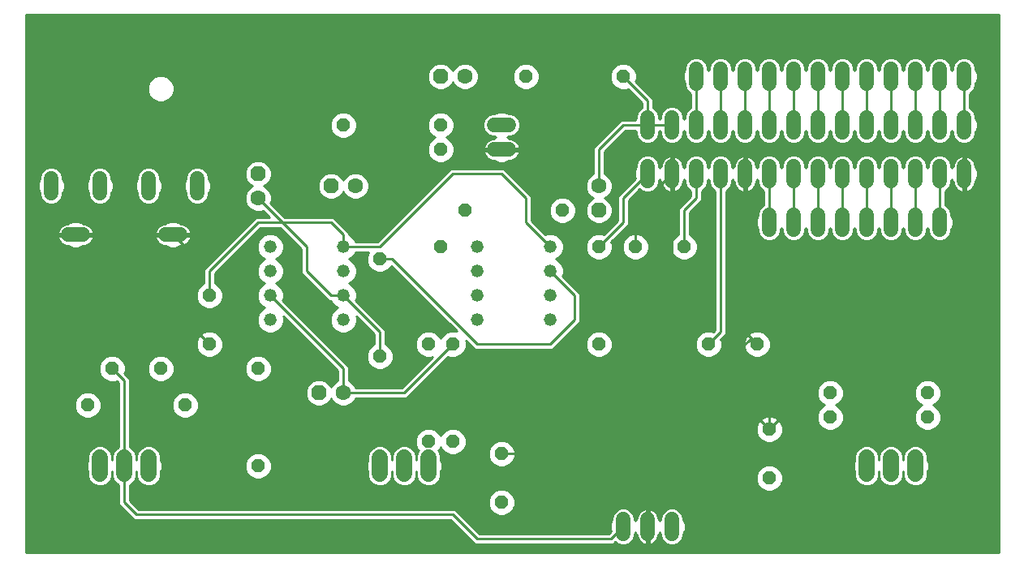
<source format=gbl>
G75*
%MOIN*%
%OFA0B0*%
%FSLAX25Y25*%
%IPPOS*%
%LPD*%
%AMOC8*
5,1,8,0,0,1.08239X$1,22.5*
%
%ADD10OC8,0.05200*%
%ADD11OC8,0.06300*%
%ADD12C,0.06300*%
%ADD13C,0.06600*%
%ADD14C,0.05200*%
%ADD15C,0.06000*%
%ADD16C,0.05937*%
%ADD17C,0.01000*%
D10*
X0101500Y0073800D03*
X0071500Y0098800D03*
X0061500Y0113800D03*
X0041500Y0113800D03*
X0031500Y0098800D03*
X0081500Y0123800D03*
X0101500Y0113800D03*
X0081500Y0143800D03*
X0151500Y0158800D03*
X0176500Y0163800D03*
X0186500Y0178800D03*
X0176500Y0203800D03*
X0176500Y0213800D03*
X0136500Y0213800D03*
X0211500Y0233800D03*
X0251500Y0233800D03*
X0226500Y0178800D03*
X0241500Y0163800D03*
X0256500Y0163800D03*
X0276500Y0163800D03*
X0286500Y0123800D03*
X0306500Y0123800D03*
X0336500Y0103800D03*
X0336500Y0093800D03*
X0311500Y0088800D03*
X0311500Y0068800D03*
X0376500Y0093800D03*
X0376500Y0103800D03*
X0241500Y0123800D03*
X0181500Y0123800D03*
X0171500Y0123800D03*
X0151500Y0118800D03*
X0171500Y0083800D03*
X0181500Y0083800D03*
X0201500Y0078800D03*
X0201500Y0058800D03*
D11*
X0126500Y0103800D03*
X0241500Y0178800D03*
X0176500Y0233800D03*
X0131500Y0188800D03*
X0101500Y0193800D03*
D12*
X0101500Y0183800D03*
X0141500Y0188800D03*
X0186500Y0233800D03*
X0241500Y0188800D03*
X0136500Y0103800D03*
D13*
X0151500Y0077100D02*
X0151500Y0070500D01*
X0161500Y0070500D02*
X0161500Y0077100D01*
X0171500Y0077100D02*
X0171500Y0070500D01*
X0056500Y0070500D02*
X0056500Y0077100D01*
X0046500Y0077100D02*
X0046500Y0070500D01*
X0036500Y0070500D02*
X0036500Y0077100D01*
X0351500Y0077100D02*
X0351500Y0070500D01*
X0361500Y0070500D02*
X0361500Y0077100D01*
X0371500Y0077100D02*
X0371500Y0070500D01*
D14*
X0221500Y0133800D03*
X0221500Y0143800D03*
X0221500Y0153800D03*
X0221500Y0163800D03*
X0191500Y0163800D03*
X0191500Y0153800D03*
X0191500Y0143800D03*
X0191500Y0133800D03*
X0136500Y0133800D03*
X0136500Y0143800D03*
X0136500Y0153800D03*
X0136500Y0163800D03*
X0106500Y0163800D03*
X0106500Y0153800D03*
X0106500Y0143800D03*
X0106500Y0133800D03*
D15*
X0069500Y0168800D02*
X0063500Y0168800D01*
X0056500Y0185800D02*
X0056500Y0191800D01*
X0036500Y0191800D02*
X0036500Y0185800D01*
X0016500Y0185800D02*
X0016500Y0191800D01*
X0023500Y0168800D02*
X0029500Y0168800D01*
X0076500Y0185800D02*
X0076500Y0191800D01*
X0198500Y0203800D02*
X0204500Y0203800D01*
X0204500Y0213800D02*
X0198500Y0213800D01*
X0261500Y0216800D02*
X0261500Y0210800D01*
X0271500Y0210800D02*
X0271500Y0216800D01*
X0281500Y0216800D02*
X0281500Y0210800D01*
X0291500Y0210800D02*
X0291500Y0216800D01*
X0301500Y0216800D02*
X0301500Y0210800D01*
X0311500Y0210800D02*
X0311500Y0216800D01*
X0321500Y0216800D02*
X0321500Y0210800D01*
X0331500Y0210800D02*
X0331500Y0216800D01*
X0341500Y0216800D02*
X0341500Y0210800D01*
X0351500Y0210800D02*
X0351500Y0216800D01*
X0361500Y0216800D02*
X0361500Y0210800D01*
X0371500Y0210800D02*
X0371500Y0216800D01*
X0381500Y0216800D02*
X0381500Y0210800D01*
X0391500Y0210800D02*
X0391500Y0216800D01*
X0391500Y0230800D02*
X0391500Y0236800D01*
X0381500Y0236800D02*
X0381500Y0230800D01*
X0371500Y0230800D02*
X0371500Y0236800D01*
X0361500Y0236800D02*
X0361500Y0230800D01*
X0351500Y0230800D02*
X0351500Y0236800D01*
X0341500Y0236800D02*
X0341500Y0230800D01*
X0331500Y0230800D02*
X0331500Y0236800D01*
X0321500Y0236800D02*
X0321500Y0230800D01*
X0311500Y0230800D02*
X0311500Y0236800D01*
X0301500Y0236800D02*
X0301500Y0230800D01*
X0291500Y0230800D02*
X0291500Y0236800D01*
X0281500Y0236800D02*
X0281500Y0230800D01*
X0281500Y0196800D02*
X0281500Y0190800D01*
X0291500Y0190800D02*
X0291500Y0196800D01*
X0301500Y0196800D02*
X0301500Y0190800D01*
X0311500Y0190800D02*
X0311500Y0196800D01*
X0321500Y0196800D02*
X0321500Y0190800D01*
X0331500Y0190800D02*
X0331500Y0196800D01*
X0341500Y0196800D02*
X0341500Y0190800D01*
X0351500Y0190800D02*
X0351500Y0196800D01*
X0361500Y0196800D02*
X0361500Y0190800D01*
X0371500Y0190800D02*
X0371500Y0196800D01*
X0381500Y0196800D02*
X0381500Y0190800D01*
X0391500Y0190800D02*
X0391500Y0196800D01*
X0381500Y0176800D02*
X0381500Y0170800D01*
X0371500Y0170800D02*
X0371500Y0176800D01*
X0361500Y0176800D02*
X0361500Y0170800D01*
X0351500Y0170800D02*
X0351500Y0176800D01*
X0341500Y0176800D02*
X0341500Y0170800D01*
X0331500Y0170800D02*
X0331500Y0176800D01*
X0321500Y0176800D02*
X0321500Y0170800D01*
X0311500Y0170800D02*
X0311500Y0176800D01*
X0271500Y0190800D02*
X0271500Y0196800D01*
X0261500Y0196800D02*
X0261500Y0190800D01*
D16*
X0261500Y0051769D02*
X0261500Y0045831D01*
X0271500Y0045831D02*
X0271500Y0051769D01*
X0251500Y0051769D02*
X0251500Y0045831D01*
D17*
X0006000Y0038300D02*
X0006000Y0259261D01*
X0405701Y0259261D01*
X0405701Y0038300D01*
X0006000Y0038300D01*
X0006000Y0038793D02*
X0405701Y0038793D01*
X0405701Y0039791D02*
X0006000Y0039791D01*
X0006000Y0040790D02*
X0405701Y0040790D01*
X0405701Y0041788D02*
X0273938Y0041788D01*
X0274144Y0041874D02*
X0275458Y0043187D01*
X0276168Y0044903D01*
X0276168Y0045699D01*
X0277000Y0047706D01*
X0277000Y0049894D01*
X0276168Y0051901D01*
X0276168Y0052697D01*
X0275458Y0054413D01*
X0274144Y0055726D01*
X0272429Y0056437D01*
X0270571Y0056437D01*
X0268855Y0055726D01*
X0267542Y0054413D01*
X0266831Y0052697D01*
X0266831Y0051901D01*
X0266500Y0051101D01*
X0266163Y0051915D01*
X0265968Y0052110D01*
X0265968Y0052120D01*
X0265858Y0052815D01*
X0265641Y0053484D01*
X0265322Y0054111D01*
X0264908Y0054680D01*
X0264411Y0055177D01*
X0263842Y0055590D01*
X0263215Y0055910D01*
X0262546Y0056127D01*
X0261984Y0056216D01*
X0261984Y0054300D01*
X0261016Y0054300D01*
X0261016Y0056216D01*
X0260454Y0056127D01*
X0259785Y0055910D01*
X0259158Y0055590D01*
X0258589Y0055177D01*
X0258092Y0054680D01*
X0257678Y0054111D01*
X0257359Y0053484D01*
X0257142Y0052815D01*
X0257031Y0052120D01*
X0257031Y0052110D01*
X0256837Y0051915D01*
X0256500Y0051101D01*
X0256168Y0051901D01*
X0256168Y0052697D01*
X0255458Y0054413D01*
X0254144Y0055726D01*
X0252429Y0056437D01*
X0250571Y0056437D01*
X0248855Y0055726D01*
X0247542Y0054413D01*
X0246831Y0052697D01*
X0246831Y0051901D01*
X0246000Y0049894D01*
X0246000Y0047706D01*
X0246379Y0046790D01*
X0245589Y0046000D01*
X0192411Y0046000D01*
X0182411Y0056000D01*
X0052411Y0056000D01*
X0048700Y0059711D01*
X0048700Y0065999D01*
X0049332Y0066261D01*
X0050739Y0067668D01*
X0051500Y0069505D01*
X0052261Y0067668D01*
X0053668Y0066261D01*
X0055505Y0065500D01*
X0057495Y0065500D01*
X0059332Y0066261D01*
X0060739Y0067668D01*
X0061500Y0069505D01*
X0061500Y0071499D01*
X0062000Y0072706D01*
X0062000Y0074894D01*
X0061500Y0076101D01*
X0061500Y0078095D01*
X0060739Y0079932D01*
X0059332Y0081339D01*
X0057495Y0082100D01*
X0055505Y0082100D01*
X0053668Y0081339D01*
X0052261Y0079932D01*
X0051500Y0078095D01*
X0050739Y0079932D01*
X0049332Y0081339D01*
X0048700Y0081601D01*
X0048700Y0109711D01*
X0046621Y0111790D01*
X0047000Y0112706D01*
X0047000Y0114894D01*
X0046163Y0116915D01*
X0044615Y0118463D01*
X0042594Y0119300D01*
X0040406Y0119300D01*
X0038384Y0118463D01*
X0036837Y0116915D01*
X0036000Y0114894D01*
X0036000Y0112706D01*
X0036837Y0110684D01*
X0038384Y0109137D01*
X0040406Y0108300D01*
X0042594Y0108300D01*
X0043510Y0108679D01*
X0044300Y0107889D01*
X0044300Y0081601D01*
X0043668Y0081339D01*
X0042261Y0079932D01*
X0041500Y0078095D01*
X0040739Y0079932D01*
X0039332Y0081339D01*
X0037495Y0082100D01*
X0035505Y0082100D01*
X0033668Y0081339D01*
X0032261Y0079932D01*
X0031500Y0078095D01*
X0031500Y0076101D01*
X0031000Y0074894D01*
X0031000Y0072706D01*
X0031500Y0071499D01*
X0031500Y0069505D01*
X0032261Y0067668D01*
X0033668Y0066261D01*
X0035505Y0065500D01*
X0037495Y0065500D01*
X0039332Y0066261D01*
X0040739Y0067668D01*
X0041500Y0069505D01*
X0042261Y0067668D01*
X0043668Y0066261D01*
X0044300Y0065999D01*
X0044300Y0057889D01*
X0049300Y0052889D01*
X0050589Y0051600D01*
X0180589Y0051600D01*
X0189300Y0042889D01*
X0190589Y0041600D01*
X0247411Y0041600D01*
X0248270Y0042459D01*
X0248855Y0041874D01*
X0250571Y0041163D01*
X0252429Y0041163D01*
X0254144Y0041874D01*
X0255458Y0043187D01*
X0256168Y0044903D01*
X0256168Y0045699D01*
X0256500Y0046499D01*
X0256837Y0045684D01*
X0257031Y0045490D01*
X0257031Y0045480D01*
X0257142Y0044785D01*
X0257359Y0044116D01*
X0257678Y0043489D01*
X0258092Y0042920D01*
X0258589Y0042423D01*
X0259158Y0042010D01*
X0259785Y0041690D01*
X0260454Y0041473D01*
X0261016Y0041384D01*
X0261016Y0043300D01*
X0261984Y0043300D01*
X0261984Y0041384D01*
X0262546Y0041473D01*
X0263215Y0041690D01*
X0263842Y0042010D01*
X0264411Y0042423D01*
X0264908Y0042920D01*
X0265322Y0043489D01*
X0265641Y0044116D01*
X0265858Y0044785D01*
X0265968Y0045480D01*
X0265968Y0045490D01*
X0266163Y0045684D01*
X0266500Y0046499D01*
X0266831Y0045699D01*
X0266831Y0044903D01*
X0267542Y0043187D01*
X0268855Y0041874D01*
X0270571Y0041163D01*
X0272429Y0041163D01*
X0274144Y0041874D01*
X0275057Y0042787D02*
X0405701Y0042787D01*
X0405701Y0043785D02*
X0275705Y0043785D01*
X0276119Y0044784D02*
X0405701Y0044784D01*
X0405701Y0045782D02*
X0276203Y0045782D01*
X0276617Y0046781D02*
X0405701Y0046781D01*
X0405701Y0047779D02*
X0277000Y0047779D01*
X0277000Y0048778D02*
X0405701Y0048778D01*
X0405701Y0049776D02*
X0277000Y0049776D01*
X0276635Y0050775D02*
X0405701Y0050775D01*
X0405701Y0051773D02*
X0276222Y0051773D01*
X0276138Y0052772D02*
X0405701Y0052772D01*
X0405701Y0053770D02*
X0275724Y0053770D01*
X0275102Y0054769D02*
X0405701Y0054769D01*
X0405701Y0055767D02*
X0274046Y0055767D01*
X0268954Y0055767D02*
X0263495Y0055767D01*
X0261984Y0055767D02*
X0261016Y0055767D01*
X0261016Y0054769D02*
X0261984Y0054769D01*
X0259505Y0055767D02*
X0254046Y0055767D01*
X0255102Y0054769D02*
X0258181Y0054769D01*
X0257505Y0053770D02*
X0255724Y0053770D01*
X0256138Y0052772D02*
X0257135Y0052772D01*
X0256778Y0051773D02*
X0256222Y0051773D01*
X0261500Y0048800D02*
X0261500Y0073800D01*
X0256500Y0078800D01*
X0201500Y0078800D01*
X0196402Y0076736D02*
X0176500Y0076736D01*
X0176500Y0076101D02*
X0176500Y0078095D01*
X0175739Y0079932D01*
X0175575Y0080096D01*
X0176163Y0080684D01*
X0176500Y0081499D01*
X0176837Y0080684D01*
X0178384Y0079137D01*
X0180406Y0078300D01*
X0182594Y0078300D01*
X0184615Y0079137D01*
X0186163Y0080684D01*
X0187000Y0082706D01*
X0187000Y0084894D01*
X0186163Y0086915D01*
X0184615Y0088463D01*
X0182594Y0089300D01*
X0180406Y0089300D01*
X0178384Y0088463D01*
X0176837Y0086915D01*
X0176500Y0086101D01*
X0176163Y0086915D01*
X0174615Y0088463D01*
X0172594Y0089300D01*
X0170406Y0089300D01*
X0168384Y0088463D01*
X0166837Y0086915D01*
X0166000Y0084894D01*
X0166000Y0082706D01*
X0166837Y0080684D01*
X0167425Y0080096D01*
X0167261Y0079932D01*
X0166500Y0078095D01*
X0165739Y0079932D01*
X0164332Y0081339D01*
X0162495Y0082100D01*
X0160505Y0082100D01*
X0158668Y0081339D01*
X0157261Y0079932D01*
X0156500Y0078095D01*
X0155739Y0079932D01*
X0154332Y0081339D01*
X0152495Y0082100D01*
X0150505Y0082100D01*
X0148668Y0081339D01*
X0147261Y0079932D01*
X0146500Y0078095D01*
X0146500Y0076101D01*
X0146000Y0074894D01*
X0146000Y0072706D01*
X0146500Y0071499D01*
X0146500Y0069505D01*
X0147261Y0067668D01*
X0148668Y0066261D01*
X0150505Y0065500D01*
X0152495Y0065500D01*
X0154332Y0066261D01*
X0155739Y0067668D01*
X0156500Y0069505D01*
X0157261Y0067668D01*
X0158668Y0066261D01*
X0160505Y0065500D01*
X0162495Y0065500D01*
X0164332Y0066261D01*
X0165739Y0067668D01*
X0166500Y0069505D01*
X0167261Y0067668D01*
X0168668Y0066261D01*
X0170505Y0065500D01*
X0172495Y0065500D01*
X0174332Y0066261D01*
X0175739Y0067668D01*
X0176500Y0069505D01*
X0176500Y0071499D01*
X0177000Y0072706D01*
X0177000Y0074894D01*
X0176500Y0076101D01*
X0176651Y0075737D02*
X0196815Y0075737D01*
X0196837Y0075684D02*
X0198384Y0074137D01*
X0200406Y0073300D01*
X0202594Y0073300D01*
X0204615Y0074137D01*
X0206163Y0075684D01*
X0207000Y0077706D01*
X0207000Y0079894D01*
X0206163Y0081915D01*
X0204615Y0083463D01*
X0202594Y0084300D01*
X0200406Y0084300D01*
X0198384Y0083463D01*
X0196837Y0081915D01*
X0196000Y0079894D01*
X0196000Y0077706D01*
X0196837Y0075684D01*
X0197783Y0074739D02*
X0177000Y0074739D01*
X0177000Y0073740D02*
X0199343Y0073740D01*
X0203657Y0073740D02*
X0309055Y0073740D01*
X0308384Y0073463D02*
X0306837Y0071915D01*
X0306000Y0069894D01*
X0306000Y0067706D01*
X0306837Y0065684D01*
X0308384Y0064137D01*
X0310406Y0063300D01*
X0312594Y0063300D01*
X0314615Y0064137D01*
X0316163Y0065684D01*
X0317000Y0067706D01*
X0317000Y0069894D01*
X0316163Y0071915D01*
X0314615Y0073463D01*
X0312594Y0074300D01*
X0310406Y0074300D01*
X0308384Y0073463D01*
X0307664Y0072742D02*
X0177000Y0072742D01*
X0176601Y0071743D02*
X0306766Y0071743D01*
X0306352Y0070745D02*
X0176500Y0070745D01*
X0176500Y0069746D02*
X0306000Y0069746D01*
X0306000Y0068748D02*
X0176186Y0068748D01*
X0175773Y0067749D02*
X0306000Y0067749D01*
X0306396Y0066751D02*
X0174822Y0066751D01*
X0173104Y0065752D02*
X0306809Y0065752D01*
X0307768Y0064754D02*
X0048700Y0064754D01*
X0048700Y0065752D02*
X0054896Y0065752D01*
X0053178Y0066751D02*
X0049822Y0066751D01*
X0050773Y0067749D02*
X0052227Y0067749D01*
X0051814Y0068748D02*
X0051186Y0068748D01*
X0051500Y0069505D02*
X0051500Y0071499D01*
X0051500Y0071499D01*
X0051500Y0069505D01*
X0051500Y0069746D02*
X0051500Y0069746D01*
X0051500Y0070745D02*
X0051500Y0070745D01*
X0046500Y0073800D02*
X0046500Y0108800D01*
X0041500Y0113800D01*
X0047000Y0113681D02*
X0056000Y0113681D01*
X0056000Y0112706D02*
X0056837Y0110684D01*
X0058384Y0109137D01*
X0060406Y0108300D01*
X0062594Y0108300D01*
X0064615Y0109137D01*
X0066163Y0110684D01*
X0067000Y0112706D01*
X0067000Y0114894D01*
X0066163Y0116915D01*
X0064615Y0118463D01*
X0062594Y0119300D01*
X0060406Y0119300D01*
X0058384Y0118463D01*
X0056837Y0116915D01*
X0056000Y0114894D01*
X0056000Y0112706D01*
X0056010Y0112682D02*
X0046990Y0112682D01*
X0046727Y0111684D02*
X0056423Y0111684D01*
X0056837Y0110685D02*
X0047726Y0110685D01*
X0048700Y0109687D02*
X0057835Y0109687D01*
X0059468Y0108688D02*
X0048700Y0108688D01*
X0048700Y0107690D02*
X0122612Y0107690D01*
X0123384Y0108463D02*
X0121837Y0106915D01*
X0121000Y0104894D01*
X0121000Y0102706D01*
X0121837Y0100684D01*
X0123384Y0099137D01*
X0125406Y0098300D01*
X0127594Y0098300D01*
X0129615Y0099137D01*
X0131163Y0100684D01*
X0131500Y0101499D01*
X0131837Y0100684D01*
X0133384Y0099137D01*
X0135406Y0098300D01*
X0137594Y0098300D01*
X0139615Y0099137D01*
X0141163Y0100684D01*
X0141542Y0101600D01*
X0162411Y0101600D01*
X0179490Y0118679D01*
X0180406Y0118300D01*
X0182594Y0118300D01*
X0184615Y0119137D01*
X0186163Y0120684D01*
X0187000Y0122706D01*
X0187000Y0124894D01*
X0186792Y0125397D01*
X0190589Y0121600D01*
X0222411Y0121600D01*
X0223700Y0122889D01*
X0233700Y0132889D01*
X0233700Y0144711D01*
X0232411Y0146000D01*
X0226621Y0151790D01*
X0227000Y0152706D01*
X0227000Y0154894D01*
X0226163Y0156915D01*
X0224615Y0158463D01*
X0223801Y0158800D01*
X0224615Y0159137D01*
X0226163Y0160684D01*
X0227000Y0162706D01*
X0227000Y0164894D01*
X0226163Y0166915D01*
X0224615Y0168463D01*
X0222594Y0169300D01*
X0220406Y0169300D01*
X0219490Y0168921D01*
X0213700Y0174711D01*
X0213700Y0184711D01*
X0212411Y0186000D01*
X0202411Y0196000D01*
X0180589Y0196000D01*
X0179300Y0194711D01*
X0150589Y0166000D01*
X0141542Y0166000D01*
X0141163Y0166915D01*
X0139615Y0168463D01*
X0138700Y0168842D01*
X0138700Y0169711D01*
X0132411Y0176000D01*
X0112411Y0176000D01*
X0106621Y0181790D01*
X0107000Y0182706D01*
X0107000Y0184894D01*
X0106163Y0186915D01*
X0104615Y0188463D01*
X0103801Y0188800D01*
X0104615Y0189137D01*
X0106163Y0190684D01*
X0107000Y0192706D01*
X0107000Y0194894D01*
X0106163Y0196915D01*
X0104615Y0198463D01*
X0102594Y0199300D01*
X0100406Y0199300D01*
X0098384Y0198463D01*
X0096837Y0196915D01*
X0096000Y0194894D01*
X0096000Y0192706D01*
X0096837Y0190684D01*
X0098384Y0189137D01*
X0099199Y0188800D01*
X0098384Y0188463D01*
X0096837Y0186915D01*
X0096000Y0184894D01*
X0096000Y0182706D01*
X0096837Y0180684D01*
X0098384Y0179137D01*
X0100406Y0178300D01*
X0102594Y0178300D01*
X0103510Y0178679D01*
X0106189Y0176000D01*
X0100589Y0176000D01*
X0099300Y0174711D01*
X0079300Y0154711D01*
X0079300Y0148842D01*
X0078384Y0148463D01*
X0076837Y0146915D01*
X0076000Y0144894D01*
X0076000Y0142706D01*
X0076837Y0140684D01*
X0078384Y0139137D01*
X0080406Y0138300D01*
X0082594Y0138300D01*
X0084615Y0139137D01*
X0086163Y0140684D01*
X0087000Y0142706D01*
X0087000Y0144894D01*
X0086163Y0146915D01*
X0084615Y0148463D01*
X0083700Y0148842D01*
X0083700Y0152889D01*
X0102411Y0171600D01*
X0110589Y0171600D01*
X0119300Y0162889D01*
X0119300Y0152889D01*
X0120589Y0151600D01*
X0130589Y0141600D01*
X0131458Y0141600D01*
X0131837Y0140684D01*
X0133384Y0139137D01*
X0134199Y0138800D01*
X0133384Y0138463D01*
X0131837Y0136915D01*
X0131000Y0134894D01*
X0131000Y0132706D01*
X0131837Y0130684D01*
X0133384Y0129137D01*
X0135406Y0128300D01*
X0137594Y0128300D01*
X0139615Y0129137D01*
X0141163Y0130684D01*
X0142000Y0132706D01*
X0142000Y0134894D01*
X0141792Y0135397D01*
X0149300Y0127889D01*
X0149300Y0123842D01*
X0148384Y0123463D01*
X0146837Y0121915D01*
X0146000Y0119894D01*
X0146000Y0117706D01*
X0146837Y0115684D01*
X0148384Y0114137D01*
X0150406Y0113300D01*
X0152594Y0113300D01*
X0154615Y0114137D01*
X0156163Y0115684D01*
X0157000Y0117706D01*
X0157000Y0119894D01*
X0156163Y0121915D01*
X0154615Y0123463D01*
X0153700Y0123842D01*
X0153700Y0129711D01*
X0141621Y0141790D01*
X0142000Y0142706D01*
X0142000Y0144894D01*
X0141163Y0146915D01*
X0139615Y0148463D01*
X0138801Y0148800D01*
X0139615Y0149137D01*
X0141163Y0150684D01*
X0142000Y0152706D01*
X0142000Y0154894D01*
X0141163Y0156915D01*
X0139615Y0158463D01*
X0138801Y0158800D01*
X0139615Y0159137D01*
X0141163Y0160684D01*
X0141542Y0161600D01*
X0146707Y0161600D01*
X0146000Y0159894D01*
X0146000Y0157706D01*
X0146837Y0155684D01*
X0148384Y0154137D01*
X0150406Y0153300D01*
X0152594Y0153300D01*
X0154615Y0154137D01*
X0156163Y0155684D01*
X0156263Y0155926D01*
X0183097Y0129092D01*
X0182594Y0129300D01*
X0180406Y0129300D01*
X0178384Y0128463D01*
X0176837Y0126915D01*
X0176500Y0126101D01*
X0176163Y0126915D01*
X0174615Y0128463D01*
X0172594Y0129300D01*
X0170406Y0129300D01*
X0168384Y0128463D01*
X0166837Y0126915D01*
X0166000Y0124894D01*
X0166000Y0122706D01*
X0166837Y0120684D01*
X0168384Y0119137D01*
X0170406Y0118300D01*
X0172594Y0118300D01*
X0173097Y0118508D01*
X0160589Y0106000D01*
X0141542Y0106000D01*
X0141163Y0106915D01*
X0139615Y0108463D01*
X0138700Y0108842D01*
X0138700Y0114711D01*
X0111621Y0141790D01*
X0112000Y0142706D01*
X0112000Y0144894D01*
X0111163Y0146915D01*
X0109615Y0148463D01*
X0108801Y0148800D01*
X0109615Y0149137D01*
X0111163Y0150684D01*
X0112000Y0152706D01*
X0112000Y0154894D01*
X0111163Y0156915D01*
X0109615Y0158463D01*
X0108801Y0158800D01*
X0109615Y0159137D01*
X0111163Y0160684D01*
X0112000Y0162706D01*
X0112000Y0164894D01*
X0111163Y0166915D01*
X0109615Y0168463D01*
X0107594Y0169300D01*
X0105406Y0169300D01*
X0103384Y0168463D01*
X0101837Y0166915D01*
X0101000Y0164894D01*
X0101000Y0162706D01*
X0101837Y0160684D01*
X0103384Y0159137D01*
X0104199Y0158800D01*
X0103384Y0158463D01*
X0101837Y0156915D01*
X0101000Y0154894D01*
X0101000Y0152706D01*
X0101837Y0150684D01*
X0103384Y0149137D01*
X0104199Y0148800D01*
X0103384Y0148463D01*
X0101837Y0146915D01*
X0101000Y0144894D01*
X0101000Y0142706D01*
X0101837Y0140684D01*
X0103384Y0139137D01*
X0104199Y0138800D01*
X0103384Y0138463D01*
X0101837Y0136915D01*
X0101000Y0134894D01*
X0101000Y0132706D01*
X0101837Y0130684D01*
X0103384Y0129137D01*
X0105406Y0128300D01*
X0107594Y0128300D01*
X0109615Y0129137D01*
X0111163Y0130684D01*
X0112000Y0132706D01*
X0112000Y0134894D01*
X0111792Y0135397D01*
X0134300Y0112889D01*
X0134300Y0108842D01*
X0133384Y0108463D01*
X0131837Y0106915D01*
X0131500Y0106101D01*
X0131163Y0106915D01*
X0129615Y0108463D01*
X0127594Y0109300D01*
X0125406Y0109300D01*
X0123384Y0108463D01*
X0123929Y0108688D02*
X0103532Y0108688D01*
X0102594Y0108300D02*
X0104615Y0109137D01*
X0106163Y0110684D01*
X0107000Y0112706D01*
X0107000Y0114894D01*
X0106163Y0116915D01*
X0104615Y0118463D01*
X0102594Y0119300D01*
X0100406Y0119300D01*
X0098384Y0118463D01*
X0096837Y0116915D01*
X0096000Y0114894D01*
X0096000Y0112706D01*
X0096837Y0110684D01*
X0098384Y0109137D01*
X0100406Y0108300D01*
X0102594Y0108300D01*
X0105165Y0109687D02*
X0134300Y0109687D01*
X0134300Y0110685D02*
X0106163Y0110685D01*
X0106577Y0111684D02*
X0134300Y0111684D01*
X0134300Y0112682D02*
X0106990Y0112682D01*
X0107000Y0113681D02*
X0133508Y0113681D01*
X0132509Y0114679D02*
X0107000Y0114679D01*
X0106675Y0115678D02*
X0131511Y0115678D01*
X0130512Y0116676D02*
X0106262Y0116676D01*
X0105403Y0117675D02*
X0129514Y0117675D01*
X0128515Y0118673D02*
X0104107Y0118673D01*
X0098893Y0118673D02*
X0083496Y0118673D01*
X0082594Y0118300D02*
X0084615Y0119137D01*
X0086163Y0120684D01*
X0087000Y0122706D01*
X0087000Y0124894D01*
X0086163Y0126915D01*
X0084615Y0128463D01*
X0082594Y0129300D01*
X0080406Y0129300D01*
X0078384Y0128463D01*
X0076837Y0126915D01*
X0076000Y0124894D01*
X0076000Y0122706D01*
X0076837Y0120684D01*
X0078384Y0119137D01*
X0080406Y0118300D01*
X0082594Y0118300D01*
X0085150Y0119672D02*
X0127517Y0119672D01*
X0126518Y0120670D02*
X0086149Y0120670D01*
X0086570Y0121669D02*
X0125520Y0121669D01*
X0124521Y0122668D02*
X0086984Y0122668D01*
X0087000Y0123666D02*
X0123523Y0123666D01*
X0122524Y0124665D02*
X0087000Y0124665D01*
X0086681Y0125663D02*
X0121526Y0125663D01*
X0120527Y0126662D02*
X0086268Y0126662D01*
X0085418Y0127660D02*
X0119529Y0127660D01*
X0118530Y0128659D02*
X0108460Y0128659D01*
X0110135Y0129657D02*
X0117532Y0129657D01*
X0116533Y0130656D02*
X0111134Y0130656D01*
X0111564Y0131654D02*
X0115535Y0131654D01*
X0114536Y0132653D02*
X0111978Y0132653D01*
X0112000Y0133651D02*
X0113538Y0133651D01*
X0112539Y0134650D02*
X0112000Y0134650D01*
X0115766Y0137645D02*
X0132567Y0137645D01*
X0131726Y0136647D02*
X0116765Y0136647D01*
X0117763Y0135648D02*
X0131312Y0135648D01*
X0131000Y0134650D02*
X0118762Y0134650D01*
X0119760Y0133651D02*
X0131000Y0133651D01*
X0131022Y0132653D02*
X0120759Y0132653D01*
X0121757Y0131654D02*
X0131436Y0131654D01*
X0131866Y0130656D02*
X0122756Y0130656D01*
X0123754Y0129657D02*
X0132865Y0129657D01*
X0134540Y0128659D02*
X0124753Y0128659D01*
X0125751Y0127660D02*
X0149300Y0127660D01*
X0149300Y0126662D02*
X0126750Y0126662D01*
X0127748Y0125663D02*
X0149300Y0125663D01*
X0149300Y0124665D02*
X0128747Y0124665D01*
X0129745Y0123666D02*
X0148875Y0123666D01*
X0147589Y0122668D02*
X0130744Y0122668D01*
X0131742Y0121669D02*
X0146735Y0121669D01*
X0146322Y0120670D02*
X0132741Y0120670D01*
X0133739Y0119672D02*
X0146000Y0119672D01*
X0146000Y0118673D02*
X0134738Y0118673D01*
X0135736Y0117675D02*
X0146013Y0117675D01*
X0146426Y0116676D02*
X0136735Y0116676D01*
X0137733Y0115678D02*
X0146844Y0115678D01*
X0147842Y0114679D02*
X0138700Y0114679D01*
X0138700Y0113681D02*
X0149486Y0113681D01*
X0153514Y0113681D02*
X0168270Y0113681D01*
X0169268Y0114679D02*
X0155158Y0114679D01*
X0156156Y0115678D02*
X0170267Y0115678D01*
X0171265Y0116676D02*
X0156574Y0116676D01*
X0156987Y0117675D02*
X0172264Y0117675D01*
X0169504Y0118673D02*
X0157000Y0118673D01*
X0157000Y0119672D02*
X0167850Y0119672D01*
X0166851Y0120670D02*
X0156678Y0120670D01*
X0156265Y0121669D02*
X0166430Y0121669D01*
X0166016Y0122668D02*
X0155411Y0122668D01*
X0154125Y0123666D02*
X0166000Y0123666D01*
X0166000Y0124665D02*
X0153700Y0124665D01*
X0153700Y0125663D02*
X0166319Y0125663D01*
X0166732Y0126662D02*
X0153700Y0126662D01*
X0153700Y0127660D02*
X0167582Y0127660D01*
X0168857Y0128659D02*
X0153700Y0128659D01*
X0153700Y0129657D02*
X0182532Y0129657D01*
X0181533Y0130656D02*
X0152756Y0130656D01*
X0151757Y0131654D02*
X0180535Y0131654D01*
X0179536Y0132653D02*
X0150759Y0132653D01*
X0149760Y0133651D02*
X0178538Y0133651D01*
X0177539Y0134650D02*
X0148762Y0134650D01*
X0147763Y0135648D02*
X0176541Y0135648D01*
X0175542Y0136647D02*
X0146765Y0136647D01*
X0145766Y0137645D02*
X0174544Y0137645D01*
X0173545Y0138644D02*
X0144768Y0138644D01*
X0143769Y0139642D02*
X0172547Y0139642D01*
X0171548Y0140641D02*
X0142771Y0140641D01*
X0141772Y0141639D02*
X0170550Y0141639D01*
X0169551Y0142638D02*
X0141972Y0142638D01*
X0142000Y0143636D02*
X0168552Y0143636D01*
X0167554Y0144635D02*
X0142000Y0144635D01*
X0141694Y0145633D02*
X0166555Y0145633D01*
X0165557Y0146632D02*
X0141280Y0146632D01*
X0140448Y0147630D02*
X0164558Y0147630D01*
X0163560Y0148629D02*
X0139214Y0148629D01*
X0140105Y0149627D02*
X0162561Y0149627D01*
X0161563Y0150626D02*
X0141104Y0150626D01*
X0141552Y0151624D02*
X0160564Y0151624D01*
X0159566Y0152623D02*
X0141966Y0152623D01*
X0142000Y0153621D02*
X0149630Y0153621D01*
X0147902Y0154620D02*
X0142000Y0154620D01*
X0141700Y0155618D02*
X0146903Y0155618D01*
X0146451Y0156617D02*
X0141286Y0156617D01*
X0140463Y0157615D02*
X0146038Y0157615D01*
X0146000Y0158614D02*
X0139250Y0158614D01*
X0140091Y0159612D02*
X0146000Y0159612D01*
X0146297Y0160611D02*
X0141089Y0160611D01*
X0136500Y0163800D02*
X0151500Y0163800D01*
X0181500Y0193800D01*
X0201500Y0193800D01*
X0211500Y0183800D01*
X0211500Y0173800D01*
X0221500Y0163800D01*
X0226546Y0161609D02*
X0236454Y0161609D01*
X0236837Y0160684D02*
X0238384Y0159137D01*
X0240406Y0158300D01*
X0242594Y0158300D01*
X0244615Y0159137D01*
X0246163Y0160684D01*
X0247000Y0162706D01*
X0247000Y0164894D01*
X0246621Y0165810D01*
X0253700Y0172889D01*
X0253700Y0182889D01*
X0258232Y0187421D01*
X0258838Y0186816D01*
X0260565Y0186100D01*
X0262435Y0186100D01*
X0264162Y0186816D01*
X0265484Y0188138D01*
X0266200Y0189865D01*
X0266200Y0190775D01*
X0266500Y0191499D01*
X0266837Y0190684D01*
X0267000Y0190522D01*
X0267000Y0190446D01*
X0267111Y0189746D01*
X0267330Y0189073D01*
X0267651Y0188441D01*
X0268068Y0187868D01*
X0268568Y0187368D01*
X0269141Y0186951D01*
X0269773Y0186630D01*
X0270446Y0186411D01*
X0271000Y0186323D01*
X0271000Y0188300D01*
X0272000Y0188300D01*
X0272000Y0186323D01*
X0272554Y0186411D01*
X0273227Y0186630D01*
X0273859Y0186951D01*
X0274432Y0187368D01*
X0274932Y0187868D01*
X0275349Y0188441D01*
X0275670Y0189073D01*
X0275889Y0189746D01*
X0276000Y0190446D01*
X0276000Y0190522D01*
X0276163Y0190684D01*
X0276500Y0191499D01*
X0276800Y0190775D01*
X0276800Y0189865D01*
X0277516Y0188138D01*
X0278838Y0186816D01*
X0279300Y0186624D01*
X0279300Y0184711D01*
X0274300Y0179711D01*
X0274300Y0168842D01*
X0273384Y0168463D01*
X0271837Y0166915D01*
X0271000Y0164894D01*
X0271000Y0162706D01*
X0271837Y0160684D01*
X0273384Y0159137D01*
X0275406Y0158300D01*
X0277594Y0158300D01*
X0279615Y0159137D01*
X0281163Y0160684D01*
X0282000Y0162706D01*
X0282000Y0164894D01*
X0281163Y0166915D01*
X0279615Y0168463D01*
X0278700Y0168842D01*
X0278700Y0177889D01*
X0282411Y0181600D01*
X0283700Y0182889D01*
X0283700Y0186624D01*
X0284162Y0186816D01*
X0285484Y0188138D01*
X0286200Y0189865D01*
X0286200Y0190775D01*
X0286500Y0191499D01*
X0286800Y0190775D01*
X0286800Y0189865D01*
X0287516Y0188138D01*
X0288838Y0186816D01*
X0289300Y0186624D01*
X0289300Y0129711D01*
X0288510Y0128921D01*
X0287594Y0129300D01*
X0285406Y0129300D01*
X0283384Y0128463D01*
X0281837Y0126915D01*
X0281000Y0124894D01*
X0281000Y0122706D01*
X0281837Y0120684D01*
X0283384Y0119137D01*
X0285406Y0118300D01*
X0287594Y0118300D01*
X0289615Y0119137D01*
X0291163Y0120684D01*
X0292000Y0122706D01*
X0292000Y0124894D01*
X0291621Y0125810D01*
X0293700Y0127889D01*
X0293700Y0186624D01*
X0294162Y0186816D01*
X0295484Y0188138D01*
X0296200Y0189865D01*
X0296200Y0190775D01*
X0296500Y0191499D01*
X0296837Y0190684D01*
X0297000Y0190522D01*
X0297000Y0190446D01*
X0297111Y0189746D01*
X0297330Y0189073D01*
X0297651Y0188441D01*
X0298068Y0187868D01*
X0298568Y0187368D01*
X0299141Y0186951D01*
X0299773Y0186630D01*
X0300446Y0186411D01*
X0301000Y0186323D01*
X0301000Y0188300D01*
X0302000Y0188300D01*
X0302000Y0186323D01*
X0302554Y0186411D01*
X0303227Y0186630D01*
X0303859Y0186951D01*
X0304432Y0187368D01*
X0304932Y0187868D01*
X0305349Y0188441D01*
X0305670Y0189073D01*
X0305889Y0189746D01*
X0306000Y0190446D01*
X0306000Y0190522D01*
X0306163Y0190684D01*
X0306500Y0191499D01*
X0306800Y0190775D01*
X0306800Y0189865D01*
X0307516Y0188138D01*
X0308838Y0186816D01*
X0309300Y0186624D01*
X0309300Y0180976D01*
X0308838Y0180784D01*
X0307516Y0179462D01*
X0306800Y0177735D01*
X0306800Y0176825D01*
X0306000Y0174894D01*
X0306000Y0172706D01*
X0306800Y0170775D01*
X0306800Y0169865D01*
X0307516Y0168138D01*
X0308838Y0166816D01*
X0310565Y0166100D01*
X0312435Y0166100D01*
X0314162Y0166816D01*
X0315484Y0168138D01*
X0316200Y0169865D01*
X0316200Y0170775D01*
X0316500Y0171499D01*
X0316800Y0170775D01*
X0316800Y0169865D01*
X0317516Y0168138D01*
X0318838Y0166816D01*
X0320565Y0166100D01*
X0322435Y0166100D01*
X0324162Y0166816D01*
X0325484Y0168138D01*
X0326200Y0169865D01*
X0326200Y0170775D01*
X0326500Y0171499D01*
X0326800Y0170775D01*
X0326800Y0169865D01*
X0327516Y0168138D01*
X0328838Y0166816D01*
X0330565Y0166100D01*
X0332435Y0166100D01*
X0334162Y0166816D01*
X0335484Y0168138D01*
X0336200Y0169865D01*
X0336200Y0170775D01*
X0336500Y0171499D01*
X0336800Y0170775D01*
X0336800Y0169865D01*
X0337516Y0168138D01*
X0338838Y0166816D01*
X0340565Y0166100D01*
X0342435Y0166100D01*
X0344162Y0166816D01*
X0345484Y0168138D01*
X0346200Y0169865D01*
X0346200Y0170775D01*
X0346500Y0171499D01*
X0346800Y0170775D01*
X0346800Y0169865D01*
X0347516Y0168138D01*
X0348838Y0166816D01*
X0350565Y0166100D01*
X0352435Y0166100D01*
X0354162Y0166816D01*
X0355484Y0168138D01*
X0356200Y0169865D01*
X0356200Y0170775D01*
X0356500Y0171499D01*
X0356800Y0170775D01*
X0356800Y0169865D01*
X0357516Y0168138D01*
X0358838Y0166816D01*
X0360565Y0166100D01*
X0362435Y0166100D01*
X0364162Y0166816D01*
X0365484Y0168138D01*
X0366200Y0169865D01*
X0366200Y0170775D01*
X0366500Y0171499D01*
X0366800Y0170775D01*
X0366800Y0169865D01*
X0367516Y0168138D01*
X0368838Y0166816D01*
X0370565Y0166100D01*
X0372435Y0166100D01*
X0374162Y0166816D01*
X0375484Y0168138D01*
X0376200Y0169865D01*
X0376200Y0170775D01*
X0376500Y0171499D01*
X0376800Y0170775D01*
X0376800Y0169865D01*
X0377516Y0168138D01*
X0378838Y0166816D01*
X0380565Y0166100D01*
X0382435Y0166100D01*
X0384162Y0166816D01*
X0385484Y0168138D01*
X0386200Y0169865D01*
X0386200Y0170775D01*
X0387000Y0172706D01*
X0387000Y0174894D01*
X0386200Y0176825D01*
X0386200Y0177735D01*
X0385484Y0179462D01*
X0384162Y0180784D01*
X0383700Y0180976D01*
X0383700Y0186624D01*
X0384162Y0186816D01*
X0385484Y0188138D01*
X0386200Y0189865D01*
X0386200Y0190775D01*
X0386500Y0191499D01*
X0386837Y0190684D01*
X0387000Y0190522D01*
X0387000Y0190446D01*
X0387111Y0189746D01*
X0387330Y0189073D01*
X0387651Y0188441D01*
X0388068Y0187868D01*
X0388568Y0187368D01*
X0389141Y0186951D01*
X0389773Y0186630D01*
X0390446Y0186411D01*
X0391000Y0186323D01*
X0391000Y0188300D01*
X0392000Y0188300D01*
X0392000Y0186323D01*
X0392554Y0186411D01*
X0393227Y0186630D01*
X0393859Y0186951D01*
X0394432Y0187368D01*
X0394932Y0187868D01*
X0395349Y0188441D01*
X0395670Y0189073D01*
X0395889Y0189746D01*
X0396000Y0190446D01*
X0396000Y0190522D01*
X0396163Y0190684D01*
X0397000Y0192706D01*
X0397000Y0194894D01*
X0396163Y0196915D01*
X0396000Y0197078D01*
X0396000Y0197154D01*
X0395889Y0197854D01*
X0395670Y0198527D01*
X0395349Y0199159D01*
X0394932Y0199732D01*
X0394432Y0200232D01*
X0393859Y0200649D01*
X0393227Y0200970D01*
X0392554Y0201189D01*
X0392000Y0201277D01*
X0392000Y0199300D01*
X0391000Y0199300D01*
X0391000Y0201277D01*
X0390446Y0201189D01*
X0389773Y0200970D01*
X0389141Y0200649D01*
X0388568Y0200232D01*
X0388068Y0199732D01*
X0387651Y0199159D01*
X0387330Y0198527D01*
X0387111Y0197854D01*
X0387000Y0197154D01*
X0387000Y0197078D01*
X0386837Y0196915D01*
X0386500Y0196101D01*
X0386200Y0196825D01*
X0386200Y0197735D01*
X0385484Y0199462D01*
X0384162Y0200784D01*
X0382435Y0201500D01*
X0380565Y0201500D01*
X0378838Y0200784D01*
X0377516Y0199462D01*
X0376800Y0197735D01*
X0376800Y0196825D01*
X0376500Y0196101D01*
X0376200Y0196825D01*
X0376200Y0197735D01*
X0375484Y0199462D01*
X0374162Y0200784D01*
X0372435Y0201500D01*
X0370565Y0201500D01*
X0368838Y0200784D01*
X0367516Y0199462D01*
X0366800Y0197735D01*
X0366800Y0196825D01*
X0366500Y0196101D01*
X0366200Y0196825D01*
X0366200Y0197735D01*
X0365484Y0199462D01*
X0364162Y0200784D01*
X0362435Y0201500D01*
X0360565Y0201500D01*
X0358838Y0200784D01*
X0357516Y0199462D01*
X0356800Y0197735D01*
X0356800Y0196825D01*
X0356500Y0196101D01*
X0356200Y0196825D01*
X0356200Y0197735D01*
X0355484Y0199462D01*
X0354162Y0200784D01*
X0352435Y0201500D01*
X0350565Y0201500D01*
X0348838Y0200784D01*
X0347516Y0199462D01*
X0346800Y0197735D01*
X0346800Y0196825D01*
X0346500Y0196101D01*
X0346200Y0196825D01*
X0346200Y0197735D01*
X0345484Y0199462D01*
X0344162Y0200784D01*
X0342435Y0201500D01*
X0340565Y0201500D01*
X0338838Y0200784D01*
X0337516Y0199462D01*
X0336800Y0197735D01*
X0336800Y0196825D01*
X0336500Y0196101D01*
X0336200Y0196825D01*
X0336200Y0197735D01*
X0335484Y0199462D01*
X0334162Y0200784D01*
X0332435Y0201500D01*
X0330565Y0201500D01*
X0328838Y0200784D01*
X0327516Y0199462D01*
X0326800Y0197735D01*
X0326800Y0196825D01*
X0326500Y0196101D01*
X0326200Y0196825D01*
X0326200Y0197735D01*
X0325484Y0199462D01*
X0324162Y0200784D01*
X0322435Y0201500D01*
X0320565Y0201500D01*
X0318838Y0200784D01*
X0317516Y0199462D01*
X0316800Y0197735D01*
X0316800Y0196825D01*
X0316500Y0196101D01*
X0316200Y0196825D01*
X0316200Y0197735D01*
X0315484Y0199462D01*
X0314162Y0200784D01*
X0312435Y0201500D01*
X0310565Y0201500D01*
X0308838Y0200784D01*
X0307516Y0199462D01*
X0306800Y0197735D01*
X0306800Y0196825D01*
X0306500Y0196101D01*
X0306163Y0196915D01*
X0306000Y0197078D01*
X0306000Y0197154D01*
X0305889Y0197854D01*
X0305670Y0198527D01*
X0305349Y0199159D01*
X0304932Y0199732D01*
X0304432Y0200232D01*
X0303859Y0200649D01*
X0303227Y0200970D01*
X0302554Y0201189D01*
X0302000Y0201277D01*
X0302000Y0199300D01*
X0301000Y0199300D01*
X0301000Y0201277D01*
X0300446Y0201189D01*
X0299773Y0200970D01*
X0299141Y0200649D01*
X0298568Y0200232D01*
X0298068Y0199732D01*
X0297651Y0199159D01*
X0297330Y0198527D01*
X0297111Y0197854D01*
X0297000Y0197154D01*
X0297000Y0197078D01*
X0296837Y0196915D01*
X0296500Y0196101D01*
X0296200Y0196825D01*
X0296200Y0197735D01*
X0295484Y0199462D01*
X0294162Y0200784D01*
X0292435Y0201500D01*
X0290565Y0201500D01*
X0288838Y0200784D01*
X0287516Y0199462D01*
X0286800Y0197735D01*
X0286800Y0196825D01*
X0286500Y0196101D01*
X0286200Y0196825D01*
X0286200Y0197735D01*
X0285484Y0199462D01*
X0284162Y0200784D01*
X0282435Y0201500D01*
X0280565Y0201500D01*
X0278838Y0200784D01*
X0277516Y0199462D01*
X0276800Y0197735D01*
X0276800Y0196825D01*
X0276500Y0196101D01*
X0276163Y0196915D01*
X0276000Y0197078D01*
X0276000Y0197154D01*
X0275889Y0197854D01*
X0275670Y0198527D01*
X0275349Y0199159D01*
X0274932Y0199732D01*
X0274432Y0200232D01*
X0273859Y0200649D01*
X0273227Y0200970D01*
X0272554Y0201189D01*
X0272000Y0201277D01*
X0272000Y0199300D01*
X0271000Y0199300D01*
X0271000Y0201277D01*
X0270446Y0201189D01*
X0269773Y0200970D01*
X0269141Y0200649D01*
X0268568Y0200232D01*
X0268068Y0199732D01*
X0267651Y0199159D01*
X0267330Y0198527D01*
X0267111Y0197854D01*
X0267000Y0197154D01*
X0267000Y0197078D01*
X0266837Y0196915D01*
X0266500Y0196101D01*
X0266200Y0196825D01*
X0266200Y0197735D01*
X0265484Y0199462D01*
X0264162Y0200784D01*
X0262435Y0201500D01*
X0260565Y0201500D01*
X0258838Y0200784D01*
X0257516Y0199462D01*
X0256800Y0197735D01*
X0256800Y0196825D01*
X0256000Y0194894D01*
X0256000Y0192706D01*
X0256379Y0191790D01*
X0250589Y0186000D01*
X0249300Y0184711D01*
X0249300Y0174711D01*
X0243510Y0168921D01*
X0242594Y0169300D01*
X0240406Y0169300D01*
X0238384Y0168463D01*
X0236837Y0166915D01*
X0236000Y0164894D01*
X0236000Y0162706D01*
X0236837Y0160684D01*
X0236911Y0160611D02*
X0226089Y0160611D01*
X0225091Y0159612D02*
X0237909Y0159612D01*
X0239648Y0158614D02*
X0224250Y0158614D01*
X0225463Y0157615D02*
X0289300Y0157615D01*
X0289300Y0156617D02*
X0226286Y0156617D01*
X0226700Y0155618D02*
X0289300Y0155618D01*
X0289300Y0154620D02*
X0227000Y0154620D01*
X0227000Y0153621D02*
X0289300Y0153621D01*
X0289300Y0152623D02*
X0226966Y0152623D01*
X0226787Y0151624D02*
X0289300Y0151624D01*
X0289300Y0150626D02*
X0227785Y0150626D01*
X0228784Y0149627D02*
X0289300Y0149627D01*
X0289300Y0148629D02*
X0229782Y0148629D01*
X0230781Y0147630D02*
X0289300Y0147630D01*
X0289300Y0146632D02*
X0231779Y0146632D01*
X0232778Y0145633D02*
X0289300Y0145633D01*
X0289300Y0144635D02*
X0233700Y0144635D01*
X0233700Y0143636D02*
X0289300Y0143636D01*
X0289300Y0142638D02*
X0233700Y0142638D01*
X0233700Y0141639D02*
X0289300Y0141639D01*
X0289300Y0140641D02*
X0233700Y0140641D01*
X0233700Y0139642D02*
X0289300Y0139642D01*
X0289300Y0138644D02*
X0233700Y0138644D01*
X0233700Y0137645D02*
X0289300Y0137645D01*
X0289300Y0136647D02*
X0233700Y0136647D01*
X0233700Y0135648D02*
X0289300Y0135648D01*
X0289300Y0134650D02*
X0233700Y0134650D01*
X0233700Y0133651D02*
X0289300Y0133651D01*
X0289300Y0132653D02*
X0233464Y0132653D01*
X0232465Y0131654D02*
X0289300Y0131654D01*
X0289300Y0130656D02*
X0231467Y0130656D01*
X0230468Y0129657D02*
X0289246Y0129657D01*
X0291500Y0128800D02*
X0286500Y0123800D01*
X0291570Y0121669D02*
X0301430Y0121669D01*
X0301837Y0120684D02*
X0301000Y0122706D01*
X0301000Y0124894D01*
X0301837Y0126915D01*
X0303384Y0128463D01*
X0305406Y0129300D01*
X0307594Y0129300D01*
X0309615Y0128463D01*
X0311163Y0126915D01*
X0312000Y0124894D01*
X0312000Y0122706D01*
X0311163Y0120684D01*
X0309615Y0119137D01*
X0307594Y0118300D01*
X0305406Y0118300D01*
X0303384Y0119137D01*
X0301837Y0120684D01*
X0301851Y0120670D02*
X0291149Y0120670D01*
X0290150Y0119672D02*
X0302850Y0119672D01*
X0304504Y0118673D02*
X0288496Y0118673D01*
X0284504Y0118673D02*
X0243496Y0118673D01*
X0242594Y0118300D02*
X0244615Y0119137D01*
X0246163Y0120684D01*
X0247000Y0122706D01*
X0247000Y0124894D01*
X0246163Y0126915D01*
X0244615Y0128463D01*
X0242594Y0129300D01*
X0240406Y0129300D01*
X0238384Y0128463D01*
X0236837Y0126915D01*
X0236000Y0124894D01*
X0236000Y0122706D01*
X0236837Y0120684D01*
X0238384Y0119137D01*
X0240406Y0118300D01*
X0242594Y0118300D01*
X0245150Y0119672D02*
X0282850Y0119672D01*
X0281851Y0120670D02*
X0246149Y0120670D01*
X0246570Y0121669D02*
X0281430Y0121669D01*
X0281016Y0122668D02*
X0246984Y0122668D01*
X0247000Y0123666D02*
X0281000Y0123666D01*
X0281000Y0124665D02*
X0247000Y0124665D01*
X0246681Y0125663D02*
X0281319Y0125663D01*
X0281732Y0126662D02*
X0246268Y0126662D01*
X0245418Y0127660D02*
X0282582Y0127660D01*
X0283857Y0128659D02*
X0244143Y0128659D01*
X0238857Y0128659D02*
X0229470Y0128659D01*
X0228471Y0127660D02*
X0237582Y0127660D01*
X0236732Y0126662D02*
X0227473Y0126662D01*
X0226474Y0125663D02*
X0236319Y0125663D01*
X0236000Y0124665D02*
X0225476Y0124665D01*
X0224477Y0123666D02*
X0236000Y0123666D01*
X0236016Y0122668D02*
X0223479Y0122668D01*
X0222480Y0121669D02*
X0236430Y0121669D01*
X0236851Y0120670D02*
X0186149Y0120670D01*
X0186570Y0121669D02*
X0190520Y0121669D01*
X0189521Y0122668D02*
X0186984Y0122668D01*
X0187000Y0123666D02*
X0188523Y0123666D01*
X0187524Y0124665D02*
X0187000Y0124665D01*
X0191500Y0123800D02*
X0156500Y0158800D01*
X0151500Y0158800D01*
X0155098Y0154620D02*
X0157569Y0154620D01*
X0158567Y0153621D02*
X0153370Y0153621D01*
X0156097Y0155618D02*
X0156570Y0155618D01*
X0151191Y0166602D02*
X0141293Y0166602D01*
X0140478Y0167601D02*
X0152189Y0167601D01*
X0153188Y0168599D02*
X0139286Y0168599D01*
X0138700Y0169598D02*
X0154186Y0169598D01*
X0155185Y0170596D02*
X0137815Y0170596D01*
X0136817Y0171595D02*
X0156183Y0171595D01*
X0157182Y0172593D02*
X0135818Y0172593D01*
X0134820Y0173592D02*
X0158180Y0173592D01*
X0159179Y0174590D02*
X0133821Y0174590D01*
X0132823Y0175589D02*
X0160177Y0175589D01*
X0161176Y0176587D02*
X0111824Y0176587D01*
X0110826Y0177586D02*
X0162174Y0177586D01*
X0163173Y0178584D02*
X0109827Y0178584D01*
X0108829Y0179583D02*
X0164171Y0179583D01*
X0165170Y0180581D02*
X0107830Y0180581D01*
X0106832Y0181580D02*
X0166168Y0181580D01*
X0167167Y0182578D02*
X0106947Y0182578D01*
X0107000Y0183577D02*
X0129738Y0183577D01*
X0130406Y0183300D02*
X0132594Y0183300D01*
X0134615Y0184137D01*
X0136163Y0185684D01*
X0136500Y0186499D01*
X0136837Y0185684D01*
X0138384Y0184137D01*
X0140406Y0183300D01*
X0142594Y0183300D01*
X0144615Y0184137D01*
X0146163Y0185684D01*
X0147000Y0187706D01*
X0147000Y0189894D01*
X0146163Y0191915D01*
X0144615Y0193463D01*
X0142594Y0194300D01*
X0140406Y0194300D01*
X0138384Y0193463D01*
X0136837Y0191915D01*
X0136500Y0191101D01*
X0136163Y0191915D01*
X0134615Y0193463D01*
X0132594Y0194300D01*
X0130406Y0194300D01*
X0128384Y0193463D01*
X0126837Y0191915D01*
X0126000Y0189894D01*
X0126000Y0187706D01*
X0126837Y0185684D01*
X0128384Y0184137D01*
X0130406Y0183300D01*
X0127947Y0184575D02*
X0107000Y0184575D01*
X0106718Y0185574D02*
X0126948Y0185574D01*
X0126470Y0186572D02*
X0106305Y0186572D01*
X0105507Y0187571D02*
X0126056Y0187571D01*
X0126000Y0188569D02*
X0104358Y0188569D01*
X0105046Y0189568D02*
X0126000Y0189568D01*
X0126278Y0190566D02*
X0106044Y0190566D01*
X0106527Y0191565D02*
X0126692Y0191565D01*
X0127485Y0192563D02*
X0106941Y0192563D01*
X0107000Y0193562D02*
X0128624Y0193562D01*
X0134376Y0193562D02*
X0138624Y0193562D01*
X0137485Y0192563D02*
X0135515Y0192563D01*
X0136308Y0191565D02*
X0136692Y0191565D01*
X0144376Y0193562D02*
X0178151Y0193562D01*
X0179149Y0194560D02*
X0107000Y0194560D01*
X0106725Y0195559D02*
X0180148Y0195559D01*
X0179300Y0194711D02*
X0179300Y0194711D01*
X0177152Y0192563D02*
X0145515Y0192563D01*
X0146308Y0191565D02*
X0176154Y0191565D01*
X0175155Y0190566D02*
X0146722Y0190566D01*
X0147000Y0189568D02*
X0174157Y0189568D01*
X0173158Y0188569D02*
X0147000Y0188569D01*
X0146944Y0187571D02*
X0172159Y0187571D01*
X0171161Y0186572D02*
X0146530Y0186572D01*
X0146052Y0185574D02*
X0170162Y0185574D01*
X0169164Y0184575D02*
X0145053Y0184575D01*
X0143262Y0183577D02*
X0168165Y0183577D01*
X0174792Y0198554D02*
X0104394Y0198554D01*
X0105522Y0197556D02*
X0239300Y0197556D01*
X0239300Y0198554D02*
X0203208Y0198554D01*
X0202594Y0198300D02*
X0204615Y0199137D01*
X0204778Y0199300D01*
X0204854Y0199300D01*
X0205554Y0199411D01*
X0206227Y0199630D01*
X0206859Y0199951D01*
X0207432Y0200368D01*
X0207932Y0200868D01*
X0208349Y0201441D01*
X0208670Y0202073D01*
X0208889Y0202746D01*
X0208977Y0203300D01*
X0207000Y0203300D01*
X0207000Y0204300D01*
X0208977Y0204300D01*
X0208889Y0204854D01*
X0208670Y0205527D01*
X0208349Y0206159D01*
X0207932Y0206732D01*
X0207432Y0207232D01*
X0206859Y0207649D01*
X0206227Y0207970D01*
X0205554Y0208189D01*
X0204854Y0208300D01*
X0204778Y0208300D01*
X0204615Y0208463D01*
X0203801Y0208800D01*
X0204525Y0209100D01*
X0205435Y0209100D01*
X0207162Y0209816D01*
X0208484Y0211138D01*
X0209200Y0212865D01*
X0209200Y0214735D01*
X0208484Y0216462D01*
X0207162Y0217784D01*
X0205435Y0218500D01*
X0204525Y0218500D01*
X0202594Y0219300D01*
X0200406Y0219300D01*
X0198475Y0218500D01*
X0197565Y0218500D01*
X0195838Y0217784D01*
X0194516Y0216462D01*
X0193800Y0214735D01*
X0193800Y0212865D01*
X0194516Y0211138D01*
X0195838Y0209816D01*
X0197565Y0209100D01*
X0198475Y0209100D01*
X0199199Y0208800D01*
X0198384Y0208463D01*
X0198222Y0208300D01*
X0198146Y0208300D01*
X0197446Y0208189D01*
X0196773Y0207970D01*
X0196141Y0207649D01*
X0195568Y0207232D01*
X0195068Y0206732D01*
X0194651Y0206159D01*
X0194330Y0205527D01*
X0194111Y0204854D01*
X0194023Y0204300D01*
X0196000Y0204300D01*
X0196000Y0203300D01*
X0194023Y0203300D01*
X0194111Y0202746D01*
X0194330Y0202073D01*
X0194651Y0201441D01*
X0195068Y0200868D01*
X0195568Y0200368D01*
X0196141Y0199951D01*
X0196773Y0199630D01*
X0197446Y0199411D01*
X0198146Y0199300D01*
X0198222Y0199300D01*
X0198384Y0199137D01*
X0200406Y0198300D01*
X0202594Y0198300D01*
X0202852Y0195559D02*
X0239300Y0195559D01*
X0239300Y0196557D02*
X0106311Y0196557D01*
X0098606Y0198554D02*
X0006000Y0198554D01*
X0006000Y0197556D02*
X0097478Y0197556D01*
X0096689Y0196557D02*
X0006000Y0196557D01*
X0006000Y0195559D02*
X0013612Y0195559D01*
X0013838Y0195784D02*
X0012516Y0194462D01*
X0011800Y0192735D01*
X0011800Y0191825D01*
X0011000Y0189894D01*
X0011000Y0187706D01*
X0011800Y0185775D01*
X0011800Y0184865D01*
X0012516Y0183138D01*
X0013838Y0181816D01*
X0015565Y0181100D01*
X0017435Y0181100D01*
X0019162Y0181816D01*
X0020484Y0183138D01*
X0021200Y0184865D01*
X0021200Y0185775D01*
X0022000Y0187706D01*
X0022000Y0189894D01*
X0021200Y0191825D01*
X0021200Y0192735D01*
X0020484Y0194462D01*
X0019162Y0195784D01*
X0017435Y0196500D01*
X0015565Y0196500D01*
X0013838Y0195784D01*
X0012614Y0194560D02*
X0006000Y0194560D01*
X0006000Y0193562D02*
X0012143Y0193562D01*
X0011800Y0192563D02*
X0006000Y0192563D01*
X0006000Y0191565D02*
X0011692Y0191565D01*
X0011278Y0190566D02*
X0006000Y0190566D01*
X0006000Y0189568D02*
X0011000Y0189568D01*
X0011000Y0188569D02*
X0006000Y0188569D01*
X0006000Y0187571D02*
X0011056Y0187571D01*
X0011470Y0186572D02*
X0006000Y0186572D01*
X0006000Y0185574D02*
X0011800Y0185574D01*
X0011920Y0184575D02*
X0006000Y0184575D01*
X0006000Y0183577D02*
X0012334Y0183577D01*
X0013075Y0182578D02*
X0006000Y0182578D01*
X0006000Y0181580D02*
X0014407Y0181580D01*
X0018593Y0181580D02*
X0034407Y0181580D01*
X0033838Y0181816D02*
X0035565Y0181100D01*
X0037435Y0181100D01*
X0039162Y0181816D01*
X0040484Y0183138D01*
X0041200Y0184865D01*
X0041200Y0185775D01*
X0042000Y0187706D01*
X0042000Y0189894D01*
X0041200Y0191825D01*
X0041200Y0192735D01*
X0040484Y0194462D01*
X0039162Y0195784D01*
X0037435Y0196500D01*
X0035565Y0196500D01*
X0033838Y0195784D01*
X0032516Y0194462D01*
X0031800Y0192735D01*
X0031800Y0191825D01*
X0031000Y0189894D01*
X0031000Y0187706D01*
X0031800Y0185775D01*
X0031800Y0184865D01*
X0032516Y0183138D01*
X0033838Y0181816D01*
X0033075Y0182578D02*
X0019925Y0182578D01*
X0020666Y0183577D02*
X0032334Y0183577D01*
X0031920Y0184575D02*
X0021080Y0184575D01*
X0021200Y0185574D02*
X0031800Y0185574D01*
X0031470Y0186572D02*
X0021530Y0186572D01*
X0021944Y0187571D02*
X0031056Y0187571D01*
X0031000Y0188569D02*
X0022000Y0188569D01*
X0022000Y0189568D02*
X0031000Y0189568D01*
X0031278Y0190566D02*
X0021722Y0190566D01*
X0021308Y0191565D02*
X0031692Y0191565D01*
X0031800Y0192563D02*
X0021200Y0192563D01*
X0020857Y0193562D02*
X0032143Y0193562D01*
X0032614Y0194560D02*
X0020386Y0194560D01*
X0019388Y0195559D02*
X0033612Y0195559D01*
X0039388Y0195559D02*
X0053612Y0195559D01*
X0053838Y0195784D02*
X0052516Y0194462D01*
X0051800Y0192735D01*
X0051800Y0191825D01*
X0051000Y0189894D01*
X0051000Y0187706D01*
X0051800Y0185775D01*
X0051800Y0184865D01*
X0052516Y0183138D01*
X0053838Y0181816D01*
X0055565Y0181100D01*
X0057435Y0181100D01*
X0059162Y0181816D01*
X0060484Y0183138D01*
X0061200Y0184865D01*
X0061200Y0185775D01*
X0062000Y0187706D01*
X0062000Y0189894D01*
X0061200Y0191825D01*
X0061200Y0192735D01*
X0060484Y0194462D01*
X0059162Y0195784D01*
X0057435Y0196500D01*
X0055565Y0196500D01*
X0053838Y0195784D01*
X0052614Y0194560D02*
X0040386Y0194560D01*
X0040857Y0193562D02*
X0052143Y0193562D01*
X0051800Y0192563D02*
X0041200Y0192563D01*
X0041308Y0191565D02*
X0051692Y0191565D01*
X0051278Y0190566D02*
X0041722Y0190566D01*
X0042000Y0189568D02*
X0051000Y0189568D01*
X0051000Y0188569D02*
X0042000Y0188569D01*
X0041944Y0187571D02*
X0051056Y0187571D01*
X0051470Y0186572D02*
X0041530Y0186572D01*
X0041200Y0185574D02*
X0051800Y0185574D01*
X0051920Y0184575D02*
X0041080Y0184575D01*
X0040666Y0183577D02*
X0052334Y0183577D01*
X0053075Y0182578D02*
X0039925Y0182578D01*
X0038593Y0181580D02*
X0054407Y0181580D01*
X0058593Y0181580D02*
X0074407Y0181580D01*
X0073838Y0181816D02*
X0075565Y0181100D01*
X0077435Y0181100D01*
X0079162Y0181816D01*
X0080484Y0183138D01*
X0081200Y0184865D01*
X0081200Y0185775D01*
X0082000Y0187706D01*
X0082000Y0189894D01*
X0081200Y0191825D01*
X0081200Y0192735D01*
X0080484Y0194462D01*
X0079162Y0195784D01*
X0077435Y0196500D01*
X0075565Y0196500D01*
X0073838Y0195784D01*
X0072516Y0194462D01*
X0071800Y0192735D01*
X0071800Y0191825D01*
X0071000Y0189894D01*
X0071000Y0187706D01*
X0071800Y0185775D01*
X0071800Y0184865D01*
X0072516Y0183138D01*
X0073838Y0181816D01*
X0073075Y0182578D02*
X0059925Y0182578D01*
X0060666Y0183577D02*
X0072334Y0183577D01*
X0071920Y0184575D02*
X0061080Y0184575D01*
X0061200Y0185574D02*
X0071800Y0185574D01*
X0071470Y0186572D02*
X0061530Y0186572D01*
X0061944Y0187571D02*
X0071056Y0187571D01*
X0071000Y0188569D02*
X0062000Y0188569D01*
X0062000Y0189568D02*
X0071000Y0189568D01*
X0071278Y0190566D02*
X0061722Y0190566D01*
X0061308Y0191565D02*
X0071692Y0191565D01*
X0071800Y0192563D02*
X0061200Y0192563D01*
X0060857Y0193562D02*
X0072143Y0193562D01*
X0072614Y0194560D02*
X0060386Y0194560D01*
X0059388Y0195559D02*
X0073612Y0195559D01*
X0079388Y0195559D02*
X0096275Y0195559D01*
X0096000Y0194560D02*
X0080386Y0194560D01*
X0080857Y0193562D02*
X0096000Y0193562D01*
X0096059Y0192563D02*
X0081200Y0192563D01*
X0081308Y0191565D02*
X0096473Y0191565D01*
X0096956Y0190566D02*
X0081722Y0190566D01*
X0082000Y0189568D02*
X0097954Y0189568D01*
X0098642Y0188569D02*
X0082000Y0188569D01*
X0081944Y0187571D02*
X0097493Y0187571D01*
X0096695Y0186572D02*
X0081530Y0186572D01*
X0081200Y0185574D02*
X0096282Y0185574D01*
X0096000Y0184575D02*
X0081080Y0184575D01*
X0080666Y0183577D02*
X0096000Y0183577D01*
X0096053Y0182578D02*
X0079925Y0182578D01*
X0078593Y0181580D02*
X0096467Y0181580D01*
X0096941Y0180581D02*
X0006000Y0180581D01*
X0006000Y0179583D02*
X0097939Y0179583D01*
X0099720Y0178584D02*
X0006000Y0178584D01*
X0006000Y0177586D02*
X0104603Y0177586D01*
X0103605Y0178584D02*
X0103280Y0178584D01*
X0105602Y0176587D02*
X0006000Y0176587D01*
X0006000Y0175589D02*
X0100177Y0175589D01*
X0099179Y0174590D02*
X0006000Y0174590D01*
X0006000Y0173592D02*
X0023696Y0173592D01*
X0023384Y0173463D02*
X0023222Y0173300D01*
X0023146Y0173300D01*
X0022446Y0173189D01*
X0021773Y0172970D01*
X0021141Y0172649D01*
X0020568Y0172232D01*
X0020068Y0171732D01*
X0019651Y0171159D01*
X0019330Y0170527D01*
X0019111Y0169854D01*
X0019023Y0169300D01*
X0021000Y0169300D01*
X0021000Y0168300D01*
X0019023Y0168300D01*
X0019111Y0167746D01*
X0019330Y0167073D01*
X0019651Y0166441D01*
X0020068Y0165868D01*
X0020568Y0165368D01*
X0021141Y0164951D01*
X0021773Y0164630D01*
X0022446Y0164411D01*
X0023146Y0164300D01*
X0023222Y0164300D01*
X0023384Y0164137D01*
X0025406Y0163300D01*
X0027594Y0163300D01*
X0029615Y0164137D01*
X0029778Y0164300D01*
X0029854Y0164300D01*
X0030554Y0164411D01*
X0031227Y0164630D01*
X0031859Y0164951D01*
X0032432Y0165368D01*
X0032932Y0165868D01*
X0033349Y0166441D01*
X0033670Y0167073D01*
X0033889Y0167746D01*
X0033977Y0168300D01*
X0032000Y0168300D01*
X0032000Y0169300D01*
X0033977Y0169300D01*
X0033889Y0169854D01*
X0033670Y0170527D01*
X0033349Y0171159D01*
X0032932Y0171732D01*
X0032432Y0172232D01*
X0031859Y0172649D01*
X0031227Y0172970D01*
X0030554Y0173189D01*
X0029854Y0173300D01*
X0029778Y0173300D01*
X0029615Y0173463D01*
X0027594Y0174300D01*
X0025406Y0174300D01*
X0023384Y0173463D01*
X0021065Y0172593D02*
X0006000Y0172593D01*
X0006000Y0171595D02*
X0019968Y0171595D01*
X0019365Y0170596D02*
X0006000Y0170596D01*
X0006000Y0169598D02*
X0019070Y0169598D01*
X0019158Y0167601D02*
X0006000Y0167601D01*
X0006000Y0168599D02*
X0021000Y0168599D01*
X0019569Y0166602D02*
X0006000Y0166602D01*
X0006000Y0165603D02*
X0020333Y0165603D01*
X0021849Y0164605D02*
X0006000Y0164605D01*
X0006000Y0163606D02*
X0024666Y0163606D01*
X0028334Y0163606D02*
X0064666Y0163606D01*
X0065406Y0163300D02*
X0067594Y0163300D01*
X0069615Y0164137D01*
X0069778Y0164300D01*
X0069854Y0164300D01*
X0070554Y0164411D01*
X0071227Y0164630D01*
X0071859Y0164951D01*
X0072432Y0165368D01*
X0072932Y0165868D01*
X0073349Y0166441D01*
X0073670Y0167073D01*
X0073889Y0167746D01*
X0073977Y0168300D01*
X0072000Y0168300D01*
X0072000Y0169300D01*
X0073977Y0169300D01*
X0073889Y0169854D01*
X0073670Y0170527D01*
X0073349Y0171159D01*
X0072932Y0171732D01*
X0072432Y0172232D01*
X0071859Y0172649D01*
X0071227Y0172970D01*
X0070554Y0173189D01*
X0069854Y0173300D01*
X0069778Y0173300D01*
X0069615Y0173463D01*
X0067594Y0174300D01*
X0065406Y0174300D01*
X0063384Y0173463D01*
X0063222Y0173300D01*
X0063146Y0173300D01*
X0062446Y0173189D01*
X0061773Y0172970D01*
X0061141Y0172649D01*
X0060568Y0172232D01*
X0060068Y0171732D01*
X0059651Y0171159D01*
X0059330Y0170527D01*
X0059111Y0169854D01*
X0059023Y0169300D01*
X0061000Y0169300D01*
X0061000Y0168300D01*
X0059023Y0168300D01*
X0059111Y0167746D01*
X0059330Y0167073D01*
X0059651Y0166441D01*
X0060068Y0165868D01*
X0060568Y0165368D01*
X0061141Y0164951D01*
X0061773Y0164630D01*
X0062446Y0164411D01*
X0063146Y0164300D01*
X0063222Y0164300D01*
X0063384Y0164137D01*
X0065406Y0163300D01*
X0068334Y0163606D02*
X0088195Y0163606D01*
X0087197Y0162608D02*
X0006000Y0162608D01*
X0006000Y0161609D02*
X0086198Y0161609D01*
X0085200Y0160611D02*
X0006000Y0160611D01*
X0006000Y0159612D02*
X0084201Y0159612D01*
X0083203Y0158614D02*
X0006000Y0158614D01*
X0006000Y0157615D02*
X0082204Y0157615D01*
X0081206Y0156617D02*
X0006000Y0156617D01*
X0006000Y0155618D02*
X0080207Y0155618D01*
X0079300Y0154620D02*
X0006000Y0154620D01*
X0006000Y0153621D02*
X0079300Y0153621D01*
X0079300Y0152623D02*
X0006000Y0152623D01*
X0006000Y0151624D02*
X0079300Y0151624D01*
X0079300Y0150626D02*
X0006000Y0150626D01*
X0006000Y0149627D02*
X0079300Y0149627D01*
X0078786Y0148629D02*
X0006000Y0148629D01*
X0006000Y0147630D02*
X0077552Y0147630D01*
X0076720Y0146632D02*
X0006000Y0146632D01*
X0006000Y0145633D02*
X0076306Y0145633D01*
X0076000Y0144635D02*
X0006000Y0144635D01*
X0006000Y0143636D02*
X0076000Y0143636D01*
X0076028Y0142638D02*
X0006000Y0142638D01*
X0006000Y0141639D02*
X0076442Y0141639D01*
X0076881Y0140641D02*
X0006000Y0140641D01*
X0006000Y0139642D02*
X0077880Y0139642D01*
X0079576Y0138644D02*
X0006000Y0138644D01*
X0006000Y0137645D02*
X0102567Y0137645D01*
X0101726Y0136647D02*
X0006000Y0136647D01*
X0006000Y0135648D02*
X0101312Y0135648D01*
X0101000Y0134650D02*
X0006000Y0134650D01*
X0006000Y0133651D02*
X0101000Y0133651D01*
X0101022Y0132653D02*
X0006000Y0132653D01*
X0006000Y0131654D02*
X0101436Y0131654D01*
X0101866Y0130656D02*
X0006000Y0130656D01*
X0006000Y0129657D02*
X0102865Y0129657D01*
X0104540Y0128659D02*
X0084143Y0128659D01*
X0078857Y0128659D02*
X0006000Y0128659D01*
X0006000Y0127660D02*
X0077582Y0127660D01*
X0076732Y0126662D02*
X0006000Y0126662D01*
X0006000Y0125663D02*
X0076319Y0125663D01*
X0076000Y0124665D02*
X0006000Y0124665D01*
X0006000Y0123666D02*
X0076000Y0123666D01*
X0076016Y0122668D02*
X0006000Y0122668D01*
X0006000Y0121669D02*
X0076430Y0121669D01*
X0076851Y0120670D02*
X0006000Y0120670D01*
X0006000Y0119672D02*
X0077850Y0119672D01*
X0079504Y0118673D02*
X0064107Y0118673D01*
X0065403Y0117675D02*
X0097597Y0117675D01*
X0096738Y0116676D02*
X0066262Y0116676D01*
X0066675Y0115678D02*
X0096325Y0115678D01*
X0096000Y0114679D02*
X0067000Y0114679D01*
X0067000Y0113681D02*
X0096000Y0113681D01*
X0096010Y0112682D02*
X0066990Y0112682D01*
X0066577Y0111684D02*
X0096423Y0111684D01*
X0096837Y0110685D02*
X0066163Y0110685D01*
X0065165Y0109687D02*
X0097835Y0109687D01*
X0099468Y0108688D02*
X0063532Y0108688D01*
X0068947Y0103696D02*
X0048700Y0103696D01*
X0048700Y0104694D02*
X0121000Y0104694D01*
X0121000Y0103696D02*
X0074053Y0103696D01*
X0074615Y0103463D02*
X0072594Y0104300D01*
X0070406Y0104300D01*
X0068384Y0103463D01*
X0066837Y0101915D01*
X0066000Y0099894D01*
X0066000Y0097706D01*
X0066837Y0095684D01*
X0068384Y0094137D01*
X0070406Y0093300D01*
X0072594Y0093300D01*
X0074615Y0094137D01*
X0076163Y0095684D01*
X0077000Y0097706D01*
X0077000Y0099894D01*
X0076163Y0101915D01*
X0074615Y0103463D01*
X0075381Y0102697D02*
X0121004Y0102697D01*
X0121417Y0101699D02*
X0076252Y0101699D01*
X0076666Y0100700D02*
X0121831Y0100700D01*
X0122820Y0099702D02*
X0077000Y0099702D01*
X0077000Y0098703D02*
X0124432Y0098703D01*
X0128568Y0098703D02*
X0134432Y0098703D01*
X0132820Y0099702D02*
X0130180Y0099702D01*
X0131169Y0100700D02*
X0131831Y0100700D01*
X0136500Y0103800D02*
X0136500Y0113800D01*
X0106500Y0143800D01*
X0101442Y0141639D02*
X0086558Y0141639D01*
X0086972Y0142638D02*
X0101028Y0142638D01*
X0101000Y0143636D02*
X0087000Y0143636D01*
X0087000Y0144635D02*
X0101000Y0144635D01*
X0101306Y0145633D02*
X0086694Y0145633D01*
X0086280Y0146632D02*
X0101720Y0146632D01*
X0102552Y0147630D02*
X0085448Y0147630D01*
X0084214Y0148629D02*
X0103786Y0148629D01*
X0102895Y0149627D02*
X0083700Y0149627D01*
X0083700Y0150626D02*
X0101896Y0150626D01*
X0101448Y0151624D02*
X0083700Y0151624D01*
X0083700Y0152623D02*
X0101034Y0152623D01*
X0101000Y0153621D02*
X0084433Y0153621D01*
X0085431Y0154620D02*
X0101000Y0154620D01*
X0101300Y0155618D02*
X0086430Y0155618D01*
X0087428Y0156617D02*
X0101714Y0156617D01*
X0102537Y0157615D02*
X0088427Y0157615D01*
X0089425Y0158614D02*
X0103750Y0158614D01*
X0102909Y0159612D02*
X0090424Y0159612D01*
X0091422Y0160611D02*
X0101911Y0160611D01*
X0101454Y0161609D02*
X0092421Y0161609D01*
X0093419Y0162608D02*
X0101041Y0162608D01*
X0101000Y0163606D02*
X0094418Y0163606D01*
X0095416Y0164605D02*
X0101000Y0164605D01*
X0101294Y0165603D02*
X0096415Y0165603D01*
X0097413Y0166602D02*
X0101707Y0166602D01*
X0102522Y0167601D02*
X0098412Y0167601D01*
X0099410Y0168599D02*
X0103714Y0168599D01*
X0101407Y0170596D02*
X0111593Y0170596D01*
X0112591Y0169598D02*
X0100409Y0169598D01*
X0102406Y0171595D02*
X0110594Y0171595D01*
X0109286Y0168599D02*
X0113590Y0168599D01*
X0114588Y0167601D02*
X0110478Y0167601D01*
X0111293Y0166602D02*
X0115587Y0166602D01*
X0116585Y0165603D02*
X0111706Y0165603D01*
X0112000Y0164605D02*
X0117584Y0164605D01*
X0118582Y0163606D02*
X0112000Y0163606D01*
X0111959Y0162608D02*
X0119300Y0162608D01*
X0119300Y0161609D02*
X0111546Y0161609D01*
X0111089Y0160611D02*
X0119300Y0160611D01*
X0119300Y0159612D02*
X0110091Y0159612D01*
X0109250Y0158614D02*
X0119300Y0158614D01*
X0119300Y0157615D02*
X0110463Y0157615D01*
X0111286Y0156617D02*
X0119300Y0156617D01*
X0119300Y0155618D02*
X0111700Y0155618D01*
X0112000Y0154620D02*
X0119300Y0154620D01*
X0119300Y0153621D02*
X0112000Y0153621D01*
X0111966Y0152623D02*
X0119566Y0152623D01*
X0120564Y0151624D02*
X0111552Y0151624D01*
X0111104Y0150626D02*
X0121563Y0150626D01*
X0122561Y0149627D02*
X0110105Y0149627D01*
X0109214Y0148629D02*
X0123560Y0148629D01*
X0124558Y0147630D02*
X0110448Y0147630D01*
X0111280Y0146632D02*
X0125557Y0146632D01*
X0126555Y0145633D02*
X0111694Y0145633D01*
X0112000Y0144635D02*
X0127554Y0144635D01*
X0128552Y0143636D02*
X0112000Y0143636D01*
X0111972Y0142638D02*
X0129551Y0142638D01*
X0130549Y0141639D02*
X0111772Y0141639D01*
X0112771Y0140641D02*
X0131881Y0140641D01*
X0132880Y0139642D02*
X0113769Y0139642D01*
X0114768Y0138644D02*
X0133822Y0138644D01*
X0131500Y0143800D02*
X0121500Y0153800D01*
X0121500Y0163800D01*
X0101500Y0183800D01*
X0101500Y0173800D02*
X0131500Y0173800D01*
X0136500Y0168800D01*
X0136500Y0163800D01*
X0136500Y0143800D02*
X0131500Y0143800D01*
X0136500Y0143800D02*
X0151500Y0128800D01*
X0151500Y0118800D01*
X0138700Y0112682D02*
X0167271Y0112682D01*
X0166273Y0111684D02*
X0138700Y0111684D01*
X0138700Y0110685D02*
X0165274Y0110685D01*
X0164276Y0109687D02*
X0138700Y0109687D01*
X0139071Y0108688D02*
X0163277Y0108688D01*
X0162279Y0107690D02*
X0140388Y0107690D01*
X0141256Y0106691D02*
X0161280Y0106691D01*
X0161500Y0103800D02*
X0181500Y0123800D01*
X0185150Y0119672D02*
X0237850Y0119672D01*
X0239504Y0118673D02*
X0183496Y0118673D01*
X0179504Y0118673D02*
X0179485Y0118673D01*
X0178486Y0117675D02*
X0405701Y0117675D01*
X0405701Y0118673D02*
X0308496Y0118673D01*
X0310150Y0119672D02*
X0405701Y0119672D01*
X0405701Y0120670D02*
X0311149Y0120670D01*
X0311570Y0121669D02*
X0405701Y0121669D01*
X0405701Y0122668D02*
X0311984Y0122668D01*
X0312000Y0123666D02*
X0405701Y0123666D01*
X0405701Y0124665D02*
X0312000Y0124665D01*
X0311681Y0125663D02*
X0405701Y0125663D01*
X0405701Y0126662D02*
X0311268Y0126662D01*
X0310418Y0127660D02*
X0405701Y0127660D01*
X0405701Y0128659D02*
X0309143Y0128659D01*
X0303857Y0128659D02*
X0293700Y0128659D01*
X0293700Y0129657D02*
X0405701Y0129657D01*
X0405701Y0130656D02*
X0293700Y0130656D01*
X0293700Y0131654D02*
X0405701Y0131654D01*
X0405701Y0132653D02*
X0293700Y0132653D01*
X0293700Y0133651D02*
X0405701Y0133651D01*
X0405701Y0134650D02*
X0293700Y0134650D01*
X0293700Y0135648D02*
X0405701Y0135648D01*
X0405701Y0136647D02*
X0293700Y0136647D01*
X0293700Y0137645D02*
X0405701Y0137645D01*
X0405701Y0138644D02*
X0293700Y0138644D01*
X0293700Y0139642D02*
X0405701Y0139642D01*
X0405701Y0140641D02*
X0293700Y0140641D01*
X0293700Y0141639D02*
X0405701Y0141639D01*
X0405701Y0142638D02*
X0293700Y0142638D01*
X0293700Y0143636D02*
X0405701Y0143636D01*
X0405701Y0144635D02*
X0293700Y0144635D01*
X0293700Y0145633D02*
X0405701Y0145633D01*
X0405701Y0146632D02*
X0293700Y0146632D01*
X0293700Y0147630D02*
X0405701Y0147630D01*
X0405701Y0148629D02*
X0293700Y0148629D01*
X0293700Y0149627D02*
X0405701Y0149627D01*
X0405701Y0150626D02*
X0293700Y0150626D01*
X0293700Y0151624D02*
X0405701Y0151624D01*
X0405701Y0152623D02*
X0293700Y0152623D01*
X0293700Y0153621D02*
X0405701Y0153621D01*
X0405701Y0154620D02*
X0293700Y0154620D01*
X0293700Y0155618D02*
X0405701Y0155618D01*
X0405701Y0156617D02*
X0293700Y0156617D01*
X0293700Y0157615D02*
X0405701Y0157615D01*
X0405701Y0158614D02*
X0293700Y0158614D01*
X0293700Y0159612D02*
X0405701Y0159612D01*
X0405701Y0160611D02*
X0293700Y0160611D01*
X0293700Y0161609D02*
X0405701Y0161609D01*
X0405701Y0162608D02*
X0293700Y0162608D01*
X0293700Y0163606D02*
X0405701Y0163606D01*
X0405701Y0164605D02*
X0293700Y0164605D01*
X0293700Y0165603D02*
X0405701Y0165603D01*
X0405701Y0166602D02*
X0383647Y0166602D01*
X0384947Y0167601D02*
X0405701Y0167601D01*
X0405701Y0168599D02*
X0385676Y0168599D01*
X0386089Y0169598D02*
X0405701Y0169598D01*
X0405701Y0170596D02*
X0386200Y0170596D01*
X0386540Y0171595D02*
X0405701Y0171595D01*
X0405701Y0172593D02*
X0386953Y0172593D01*
X0387000Y0173592D02*
X0405701Y0173592D01*
X0405701Y0174590D02*
X0387000Y0174590D01*
X0386712Y0175589D02*
X0405701Y0175589D01*
X0405701Y0176587D02*
X0386299Y0176587D01*
X0386200Y0177586D02*
X0405701Y0177586D01*
X0405701Y0178584D02*
X0385848Y0178584D01*
X0385364Y0179583D02*
X0405701Y0179583D01*
X0405701Y0180581D02*
X0384366Y0180581D01*
X0383700Y0181580D02*
X0405701Y0181580D01*
X0405701Y0182578D02*
X0383700Y0182578D01*
X0383700Y0183577D02*
X0405701Y0183577D01*
X0405701Y0184575D02*
X0383700Y0184575D01*
X0383700Y0185574D02*
X0405701Y0185574D01*
X0405701Y0186572D02*
X0393051Y0186572D01*
X0392000Y0186572D02*
X0391000Y0186572D01*
X0391000Y0187571D02*
X0392000Y0187571D01*
X0389949Y0186572D02*
X0383700Y0186572D01*
X0384918Y0187571D02*
X0388365Y0187571D01*
X0387586Y0188569D02*
X0385663Y0188569D01*
X0386077Y0189568D02*
X0387169Y0189568D01*
X0386956Y0190566D02*
X0386200Y0190566D01*
X0381500Y0193800D02*
X0381500Y0173800D01*
X0376800Y0170596D02*
X0376200Y0170596D01*
X0376089Y0169598D02*
X0376911Y0169598D01*
X0377324Y0168599D02*
X0375676Y0168599D01*
X0374947Y0167601D02*
X0378053Y0167601D01*
X0379353Y0166602D02*
X0373647Y0166602D01*
X0369353Y0166602D02*
X0363647Y0166602D01*
X0364947Y0167601D02*
X0368053Y0167601D01*
X0367324Y0168599D02*
X0365676Y0168599D01*
X0366089Y0169598D02*
X0366911Y0169598D01*
X0366800Y0170596D02*
X0366200Y0170596D01*
X0361500Y0173800D02*
X0361500Y0193800D01*
X0356689Y0196557D02*
X0356311Y0196557D01*
X0356200Y0197556D02*
X0356800Y0197556D01*
X0357139Y0198554D02*
X0355861Y0198554D01*
X0355394Y0199553D02*
X0357606Y0199553D01*
X0358605Y0200551D02*
X0354395Y0200551D01*
X0348605Y0200551D02*
X0344395Y0200551D01*
X0345394Y0199553D02*
X0347606Y0199553D01*
X0347139Y0198554D02*
X0345861Y0198554D01*
X0346200Y0197556D02*
X0346800Y0197556D01*
X0346689Y0196557D02*
X0346311Y0196557D01*
X0341500Y0193800D02*
X0341500Y0173800D01*
X0346200Y0170596D02*
X0346800Y0170596D01*
X0346911Y0169598D02*
X0346089Y0169598D01*
X0345676Y0168599D02*
X0347324Y0168599D01*
X0348053Y0167601D02*
X0344947Y0167601D01*
X0343647Y0166602D02*
X0349353Y0166602D01*
X0353647Y0166602D02*
X0359353Y0166602D01*
X0358053Y0167601D02*
X0354947Y0167601D01*
X0355676Y0168599D02*
X0357324Y0168599D01*
X0356911Y0169598D02*
X0356089Y0169598D01*
X0356200Y0170596D02*
X0356800Y0170596D01*
X0351500Y0173800D02*
X0351500Y0193800D01*
X0364395Y0200551D02*
X0368605Y0200551D01*
X0367606Y0199553D02*
X0365394Y0199553D01*
X0365861Y0198554D02*
X0367139Y0198554D01*
X0366800Y0197556D02*
X0366200Y0197556D01*
X0366311Y0196557D02*
X0366689Y0196557D01*
X0371500Y0193800D02*
X0371500Y0173800D01*
X0391500Y0168800D02*
X0321500Y0103800D01*
X0321500Y0098800D01*
X0311500Y0088800D01*
X0306500Y0093800D01*
X0261500Y0093800D01*
X0261500Y0073800D01*
X0248954Y0055767D02*
X0206197Y0055767D01*
X0206163Y0055684D02*
X0207000Y0057706D01*
X0207000Y0059894D01*
X0206163Y0061915D01*
X0204615Y0063463D01*
X0202594Y0064300D01*
X0200406Y0064300D01*
X0198384Y0063463D01*
X0196837Y0061915D01*
X0196000Y0059894D01*
X0196000Y0057706D01*
X0196837Y0055684D01*
X0198384Y0054137D01*
X0200406Y0053300D01*
X0202594Y0053300D01*
X0204615Y0054137D01*
X0206163Y0055684D01*
X0206611Y0056766D02*
X0405701Y0056766D01*
X0405701Y0057764D02*
X0207000Y0057764D01*
X0207000Y0058763D02*
X0405701Y0058763D01*
X0405701Y0059761D02*
X0207000Y0059761D01*
X0206641Y0060760D02*
X0405701Y0060760D01*
X0405701Y0061758D02*
X0206228Y0061758D01*
X0205321Y0062757D02*
X0405701Y0062757D01*
X0405701Y0063755D02*
X0313693Y0063755D01*
X0315232Y0064754D02*
X0405701Y0064754D01*
X0405701Y0065752D02*
X0373104Y0065752D01*
X0372495Y0065500D02*
X0374332Y0066261D01*
X0375739Y0067668D01*
X0376500Y0069505D01*
X0376500Y0071499D01*
X0377000Y0072706D01*
X0377000Y0074894D01*
X0376500Y0076101D01*
X0376500Y0078095D01*
X0375739Y0079932D01*
X0374332Y0081339D01*
X0372495Y0082100D01*
X0370505Y0082100D01*
X0368668Y0081339D01*
X0367261Y0079932D01*
X0366500Y0078095D01*
X0365739Y0079932D01*
X0364332Y0081339D01*
X0362495Y0082100D01*
X0360505Y0082100D01*
X0358668Y0081339D01*
X0357261Y0079932D01*
X0356500Y0078095D01*
X0355739Y0079932D01*
X0354332Y0081339D01*
X0352495Y0082100D01*
X0350505Y0082100D01*
X0348668Y0081339D01*
X0347261Y0079932D01*
X0346500Y0078095D01*
X0346500Y0076101D01*
X0346000Y0074894D01*
X0346000Y0072706D01*
X0346500Y0071499D01*
X0346500Y0069505D01*
X0347261Y0067668D01*
X0348668Y0066261D01*
X0350505Y0065500D01*
X0352495Y0065500D01*
X0354332Y0066261D01*
X0355739Y0067668D01*
X0356500Y0069505D01*
X0357261Y0067668D01*
X0358668Y0066261D01*
X0360505Y0065500D01*
X0362495Y0065500D01*
X0364332Y0066261D01*
X0365739Y0067668D01*
X0366500Y0069505D01*
X0367261Y0067668D01*
X0368668Y0066261D01*
X0370505Y0065500D01*
X0372495Y0065500D01*
X0369896Y0065752D02*
X0363104Y0065752D01*
X0364822Y0066751D02*
X0368178Y0066751D01*
X0367227Y0067749D02*
X0365773Y0067749D01*
X0366186Y0068748D02*
X0366814Y0068748D01*
X0366500Y0069505D02*
X0366500Y0071499D01*
X0366500Y0071499D01*
X0366500Y0069505D01*
X0366500Y0069746D02*
X0366500Y0069746D01*
X0366500Y0070745D02*
X0366500Y0070745D01*
X0366500Y0076101D02*
X0366500Y0078095D01*
X0366500Y0076101D01*
X0366500Y0076101D01*
X0366500Y0076736D02*
X0366500Y0076736D01*
X0366500Y0077734D02*
X0366500Y0077734D01*
X0366236Y0078733D02*
X0366764Y0078733D01*
X0367178Y0079732D02*
X0365822Y0079732D01*
X0364941Y0080730D02*
X0368059Y0080730D01*
X0369609Y0081729D02*
X0363391Y0081729D01*
X0359609Y0081729D02*
X0353391Y0081729D01*
X0354941Y0080730D02*
X0358059Y0080730D01*
X0357178Y0079732D02*
X0355822Y0079732D01*
X0356236Y0078733D02*
X0356764Y0078733D01*
X0356500Y0078095D02*
X0356500Y0076101D01*
X0356500Y0076101D01*
X0356500Y0078095D01*
X0356500Y0077734D02*
X0356500Y0077734D01*
X0356500Y0076736D02*
X0356500Y0076736D01*
X0356500Y0071499D02*
X0356500Y0071499D01*
X0356500Y0069505D01*
X0356500Y0071499D01*
X0356500Y0070745D02*
X0356500Y0070745D01*
X0356500Y0069746D02*
X0356500Y0069746D01*
X0356186Y0068748D02*
X0356814Y0068748D01*
X0357227Y0067749D02*
X0355773Y0067749D01*
X0354822Y0066751D02*
X0358178Y0066751D01*
X0359896Y0065752D02*
X0353104Y0065752D01*
X0349896Y0065752D02*
X0316191Y0065752D01*
X0316604Y0066751D02*
X0348178Y0066751D01*
X0347227Y0067749D02*
X0317000Y0067749D01*
X0317000Y0068748D02*
X0346814Y0068748D01*
X0346500Y0069746D02*
X0317000Y0069746D01*
X0316648Y0070745D02*
X0346500Y0070745D01*
X0346399Y0071743D02*
X0316234Y0071743D01*
X0315336Y0072742D02*
X0346000Y0072742D01*
X0346000Y0073740D02*
X0313945Y0073740D01*
X0309307Y0063755D02*
X0203909Y0063755D01*
X0199091Y0063755D02*
X0048700Y0063755D01*
X0048700Y0062757D02*
X0197679Y0062757D01*
X0196772Y0061758D02*
X0048700Y0061758D01*
X0048700Y0060760D02*
X0196359Y0060760D01*
X0196000Y0059761D02*
X0048700Y0059761D01*
X0049648Y0058763D02*
X0196000Y0058763D01*
X0196000Y0057764D02*
X0050647Y0057764D01*
X0051645Y0056766D02*
X0196389Y0056766D01*
X0196803Y0055767D02*
X0182644Y0055767D01*
X0183643Y0054769D02*
X0197753Y0054769D01*
X0199271Y0053770D02*
X0184641Y0053770D01*
X0185640Y0052772D02*
X0246862Y0052772D01*
X0246778Y0051773D02*
X0186638Y0051773D01*
X0187637Y0050775D02*
X0246365Y0050775D01*
X0246000Y0049776D02*
X0188635Y0049776D01*
X0189634Y0048778D02*
X0246000Y0048778D01*
X0246000Y0047779D02*
X0190632Y0047779D01*
X0191631Y0046781D02*
X0246369Y0046781D01*
X0246500Y0043800D02*
X0251500Y0048800D01*
X0256203Y0045782D02*
X0256797Y0045782D01*
X0257142Y0044784D02*
X0256119Y0044784D01*
X0255705Y0043785D02*
X0257528Y0043785D01*
X0258225Y0042787D02*
X0255057Y0042787D01*
X0253938Y0041788D02*
X0259593Y0041788D01*
X0261016Y0041788D02*
X0261984Y0041788D01*
X0261984Y0042787D02*
X0261016Y0042787D01*
X0263407Y0041788D02*
X0269062Y0041788D01*
X0267943Y0042787D02*
X0264775Y0042787D01*
X0265472Y0043785D02*
X0267294Y0043785D01*
X0266881Y0044784D02*
X0265858Y0044784D01*
X0266203Y0045782D02*
X0266797Y0045782D01*
X0266778Y0051773D02*
X0266222Y0051773D01*
X0265865Y0052772D02*
X0266862Y0052772D01*
X0267276Y0053770D02*
X0265495Y0053770D01*
X0264819Y0054769D02*
X0267898Y0054769D01*
X0247898Y0054769D02*
X0205247Y0054769D01*
X0203729Y0053770D02*
X0247276Y0053770D01*
X0246500Y0043800D02*
X0191500Y0043800D01*
X0181500Y0053800D01*
X0051500Y0053800D01*
X0046500Y0058800D01*
X0046500Y0073800D01*
X0051500Y0076101D02*
X0051500Y0078095D01*
X0051500Y0076101D01*
X0051500Y0076101D01*
X0051500Y0076736D02*
X0051500Y0076736D01*
X0051500Y0077734D02*
X0051500Y0077734D01*
X0051236Y0078733D02*
X0051764Y0078733D01*
X0052178Y0079732D02*
X0050822Y0079732D01*
X0049941Y0080730D02*
X0053059Y0080730D01*
X0054609Y0081729D02*
X0048700Y0081729D01*
X0048700Y0082727D02*
X0166000Y0082727D01*
X0166000Y0083726D02*
X0048700Y0083726D01*
X0048700Y0084724D02*
X0166000Y0084724D01*
X0166343Y0085723D02*
X0048700Y0085723D01*
X0048700Y0086721D02*
X0166757Y0086721D01*
X0167641Y0087720D02*
X0048700Y0087720D01*
X0048700Y0088718D02*
X0169001Y0088718D01*
X0173999Y0088718D02*
X0179001Y0088718D01*
X0177641Y0087720D02*
X0175359Y0087720D01*
X0176243Y0086721D02*
X0176757Y0086721D01*
X0176818Y0080730D02*
X0176182Y0080730D01*
X0175822Y0079732D02*
X0177790Y0079732D01*
X0176236Y0078733D02*
X0179361Y0078733D01*
X0176500Y0077734D02*
X0196000Y0077734D01*
X0196000Y0078733D02*
X0183639Y0078733D01*
X0185210Y0079732D02*
X0196000Y0079732D01*
X0196346Y0080730D02*
X0186182Y0080730D01*
X0186595Y0081729D02*
X0196760Y0081729D01*
X0197649Y0082727D02*
X0187000Y0082727D01*
X0187000Y0083726D02*
X0199019Y0083726D01*
X0203981Y0083726D02*
X0309379Y0083726D01*
X0308384Y0084137D02*
X0310406Y0083300D01*
X0312594Y0083300D01*
X0314615Y0084137D01*
X0316163Y0085684D01*
X0317000Y0087706D01*
X0317000Y0089894D01*
X0316163Y0091915D01*
X0314615Y0093463D01*
X0312594Y0094300D01*
X0310406Y0094300D01*
X0308384Y0093463D01*
X0306837Y0091915D01*
X0306000Y0089894D01*
X0306000Y0087706D01*
X0306837Y0085684D01*
X0308384Y0084137D01*
X0307798Y0084724D02*
X0187000Y0084724D01*
X0186657Y0085723D02*
X0306822Y0085723D01*
X0306408Y0086721D02*
X0186243Y0086721D01*
X0185359Y0087720D02*
X0306000Y0087720D01*
X0306000Y0088718D02*
X0183999Y0088718D01*
X0166405Y0081729D02*
X0163391Y0081729D01*
X0164941Y0080730D02*
X0166818Y0080730D01*
X0167178Y0079732D02*
X0165822Y0079732D01*
X0166236Y0078733D02*
X0166764Y0078733D01*
X0166500Y0078095D02*
X0166500Y0076101D01*
X0166500Y0076101D01*
X0166500Y0078095D01*
X0166500Y0077734D02*
X0166500Y0077734D01*
X0166500Y0076736D02*
X0166500Y0076736D01*
X0166500Y0071499D02*
X0166500Y0071499D01*
X0166500Y0069505D01*
X0166500Y0071499D01*
X0166500Y0070745D02*
X0166500Y0070745D01*
X0166500Y0069746D02*
X0166500Y0069746D01*
X0166186Y0068748D02*
X0166814Y0068748D01*
X0167227Y0067749D02*
X0165773Y0067749D01*
X0164822Y0066751D02*
X0168178Y0066751D01*
X0169896Y0065752D02*
X0163104Y0065752D01*
X0159896Y0065752D02*
X0153104Y0065752D01*
X0154822Y0066751D02*
X0158178Y0066751D01*
X0157227Y0067749D02*
X0155773Y0067749D01*
X0156186Y0068748D02*
X0156814Y0068748D01*
X0156500Y0069505D02*
X0156500Y0071499D01*
X0156500Y0071499D01*
X0156500Y0069505D01*
X0156500Y0069746D02*
X0156500Y0069746D01*
X0156500Y0070745D02*
X0156500Y0070745D01*
X0156500Y0076101D02*
X0156500Y0078095D01*
X0156500Y0076101D01*
X0156500Y0076101D01*
X0156500Y0076736D02*
X0156500Y0076736D01*
X0156500Y0077734D02*
X0156500Y0077734D01*
X0156236Y0078733D02*
X0156764Y0078733D01*
X0157178Y0079732D02*
X0155822Y0079732D01*
X0154941Y0080730D02*
X0158059Y0080730D01*
X0159609Y0081729D02*
X0153391Y0081729D01*
X0149609Y0081729D02*
X0058391Y0081729D01*
X0059941Y0080730D02*
X0148059Y0080730D01*
X0147178Y0079732D02*
X0060822Y0079732D01*
X0061236Y0078733D02*
X0099037Y0078733D01*
X0098384Y0078463D02*
X0096837Y0076915D01*
X0096000Y0074894D01*
X0096000Y0072706D01*
X0096837Y0070684D01*
X0098384Y0069137D01*
X0100406Y0068300D01*
X0102594Y0068300D01*
X0104615Y0069137D01*
X0106163Y0070684D01*
X0107000Y0072706D01*
X0107000Y0074894D01*
X0106163Y0076915D01*
X0104615Y0078463D01*
X0102594Y0079300D01*
X0100406Y0079300D01*
X0098384Y0078463D01*
X0097656Y0077734D02*
X0061500Y0077734D01*
X0061500Y0076736D02*
X0096763Y0076736D01*
X0096349Y0075737D02*
X0061651Y0075737D01*
X0062000Y0074739D02*
X0096000Y0074739D01*
X0096000Y0073740D02*
X0062000Y0073740D01*
X0062000Y0072742D02*
X0096000Y0072742D01*
X0096399Y0071743D02*
X0061601Y0071743D01*
X0061500Y0070745D02*
X0096812Y0070745D01*
X0097775Y0069746D02*
X0061500Y0069746D01*
X0061186Y0068748D02*
X0099325Y0068748D01*
X0103675Y0068748D02*
X0146814Y0068748D01*
X0146500Y0069746D02*
X0105225Y0069746D01*
X0106188Y0070745D02*
X0146500Y0070745D01*
X0146399Y0071743D02*
X0106601Y0071743D01*
X0107000Y0072742D02*
X0146000Y0072742D01*
X0146000Y0073740D02*
X0107000Y0073740D01*
X0107000Y0074739D02*
X0146000Y0074739D01*
X0146349Y0075737D02*
X0106651Y0075737D01*
X0106237Y0076736D02*
X0146500Y0076736D01*
X0146500Y0077734D02*
X0105344Y0077734D01*
X0103963Y0078733D02*
X0146764Y0078733D01*
X0147227Y0067749D02*
X0060773Y0067749D01*
X0059822Y0066751D02*
X0148178Y0066751D01*
X0149896Y0065752D02*
X0058104Y0065752D01*
X0046421Y0055767D02*
X0006000Y0055767D01*
X0006000Y0054769D02*
X0047420Y0054769D01*
X0048418Y0053770D02*
X0006000Y0053770D01*
X0006000Y0052772D02*
X0049417Y0052772D01*
X0050416Y0051773D02*
X0006000Y0051773D01*
X0006000Y0050775D02*
X0181414Y0050775D01*
X0182413Y0049776D02*
X0006000Y0049776D01*
X0006000Y0048778D02*
X0183411Y0048778D01*
X0184410Y0047779D02*
X0006000Y0047779D01*
X0006000Y0046781D02*
X0185408Y0046781D01*
X0186407Y0045782D02*
X0006000Y0045782D01*
X0006000Y0044784D02*
X0187405Y0044784D01*
X0188404Y0043785D02*
X0006000Y0043785D01*
X0006000Y0042787D02*
X0189402Y0042787D01*
X0190401Y0041788D02*
X0006000Y0041788D01*
X0006000Y0056766D02*
X0045423Y0056766D01*
X0044424Y0057764D02*
X0006000Y0057764D01*
X0006000Y0058763D02*
X0044300Y0058763D01*
X0044300Y0059761D02*
X0006000Y0059761D01*
X0006000Y0060760D02*
X0044300Y0060760D01*
X0044300Y0061758D02*
X0006000Y0061758D01*
X0006000Y0062757D02*
X0044300Y0062757D01*
X0044300Y0063755D02*
X0006000Y0063755D01*
X0006000Y0064754D02*
X0044300Y0064754D01*
X0044300Y0065752D02*
X0038104Y0065752D01*
X0039822Y0066751D02*
X0043178Y0066751D01*
X0042227Y0067749D02*
X0040773Y0067749D01*
X0041186Y0068748D02*
X0041814Y0068748D01*
X0041500Y0069505D02*
X0041500Y0071499D01*
X0041500Y0071499D01*
X0041500Y0069505D01*
X0041500Y0069746D02*
X0041500Y0069746D01*
X0041500Y0070745D02*
X0041500Y0070745D01*
X0041500Y0076101D02*
X0041500Y0076101D01*
X0041500Y0078095D01*
X0041500Y0076101D01*
X0041500Y0076736D02*
X0041500Y0076736D01*
X0041500Y0077734D02*
X0041500Y0077734D01*
X0041236Y0078733D02*
X0041764Y0078733D01*
X0042178Y0079732D02*
X0040822Y0079732D01*
X0039941Y0080730D02*
X0043059Y0080730D01*
X0044300Y0081729D02*
X0038391Y0081729D01*
X0034609Y0081729D02*
X0006000Y0081729D01*
X0006000Y0082727D02*
X0044300Y0082727D01*
X0044300Y0083726D02*
X0006000Y0083726D01*
X0006000Y0084724D02*
X0044300Y0084724D01*
X0044300Y0085723D02*
X0006000Y0085723D01*
X0006000Y0086721D02*
X0044300Y0086721D01*
X0044300Y0087720D02*
X0006000Y0087720D01*
X0006000Y0088718D02*
X0044300Y0088718D01*
X0044300Y0089717D02*
X0006000Y0089717D01*
X0006000Y0090715D02*
X0044300Y0090715D01*
X0044300Y0091714D02*
X0006000Y0091714D01*
X0006000Y0092712D02*
X0044300Y0092712D01*
X0044300Y0093711D02*
X0033585Y0093711D01*
X0032594Y0093300D02*
X0034615Y0094137D01*
X0036163Y0095684D01*
X0037000Y0097706D01*
X0037000Y0099894D01*
X0036163Y0101915D01*
X0034615Y0103463D01*
X0032594Y0104300D01*
X0030406Y0104300D01*
X0028384Y0103463D01*
X0026837Y0101915D01*
X0026000Y0099894D01*
X0026000Y0097706D01*
X0026837Y0095684D01*
X0028384Y0094137D01*
X0030406Y0093300D01*
X0032594Y0093300D01*
X0035187Y0094709D02*
X0044300Y0094709D01*
X0044300Y0095708D02*
X0036172Y0095708D01*
X0036586Y0096706D02*
X0044300Y0096706D01*
X0044300Y0097705D02*
X0036999Y0097705D01*
X0037000Y0098703D02*
X0044300Y0098703D01*
X0044300Y0099702D02*
X0037000Y0099702D01*
X0036666Y0100700D02*
X0044300Y0100700D01*
X0044300Y0101699D02*
X0036252Y0101699D01*
X0035381Y0102697D02*
X0044300Y0102697D01*
X0044300Y0103696D02*
X0034053Y0103696D01*
X0028947Y0103696D02*
X0006000Y0103696D01*
X0006000Y0104694D02*
X0044300Y0104694D01*
X0044300Y0105693D02*
X0006000Y0105693D01*
X0006000Y0106691D02*
X0044300Y0106691D01*
X0044300Y0107690D02*
X0006000Y0107690D01*
X0006000Y0108688D02*
X0039468Y0108688D01*
X0037835Y0109687D02*
X0006000Y0109687D01*
X0006000Y0110685D02*
X0036837Y0110685D01*
X0036423Y0111684D02*
X0006000Y0111684D01*
X0006000Y0112682D02*
X0036010Y0112682D01*
X0036000Y0113681D02*
X0006000Y0113681D01*
X0006000Y0114679D02*
X0036000Y0114679D01*
X0036325Y0115678D02*
X0006000Y0115678D01*
X0006000Y0116676D02*
X0036738Y0116676D01*
X0037597Y0117675D02*
X0006000Y0117675D01*
X0006000Y0118673D02*
X0038893Y0118673D01*
X0044107Y0118673D02*
X0058893Y0118673D01*
X0057597Y0117675D02*
X0045403Y0117675D01*
X0046262Y0116676D02*
X0056738Y0116676D01*
X0056325Y0115678D02*
X0046675Y0115678D01*
X0047000Y0114679D02*
X0056000Y0114679D01*
X0048700Y0106691D02*
X0121744Y0106691D01*
X0121331Y0105693D02*
X0048700Y0105693D01*
X0048700Y0102697D02*
X0067619Y0102697D01*
X0066748Y0101699D02*
X0048700Y0101699D01*
X0048700Y0100700D02*
X0066334Y0100700D01*
X0066000Y0099702D02*
X0048700Y0099702D01*
X0048700Y0098703D02*
X0066000Y0098703D01*
X0066001Y0097705D02*
X0048700Y0097705D01*
X0048700Y0096706D02*
X0066414Y0096706D01*
X0066828Y0095708D02*
X0048700Y0095708D01*
X0048700Y0094709D02*
X0067813Y0094709D01*
X0069415Y0093711D02*
X0048700Y0093711D01*
X0048700Y0092712D02*
X0307634Y0092712D01*
X0306754Y0091714D02*
X0048700Y0091714D01*
X0048700Y0090715D02*
X0306340Y0090715D01*
X0306000Y0089717D02*
X0048700Y0089717D01*
X0033059Y0080730D02*
X0006000Y0080730D01*
X0006000Y0079732D02*
X0032178Y0079732D01*
X0031764Y0078733D02*
X0006000Y0078733D01*
X0006000Y0077734D02*
X0031500Y0077734D01*
X0031500Y0076736D02*
X0006000Y0076736D01*
X0006000Y0075737D02*
X0031349Y0075737D01*
X0031000Y0074739D02*
X0006000Y0074739D01*
X0006000Y0073740D02*
X0031000Y0073740D01*
X0031000Y0072742D02*
X0006000Y0072742D01*
X0006000Y0071743D02*
X0031399Y0071743D01*
X0031500Y0070745D02*
X0006000Y0070745D01*
X0006000Y0069746D02*
X0031500Y0069746D01*
X0031814Y0068748D02*
X0006000Y0068748D01*
X0006000Y0067749D02*
X0032227Y0067749D01*
X0033178Y0066751D02*
X0006000Y0066751D01*
X0006000Y0065752D02*
X0034896Y0065752D01*
X0029415Y0093711D02*
X0006000Y0093711D01*
X0006000Y0094709D02*
X0027813Y0094709D01*
X0026828Y0095708D02*
X0006000Y0095708D01*
X0006000Y0096706D02*
X0026414Y0096706D01*
X0026001Y0097705D02*
X0006000Y0097705D01*
X0006000Y0098703D02*
X0026000Y0098703D01*
X0026000Y0099702D02*
X0006000Y0099702D01*
X0006000Y0100700D02*
X0026334Y0100700D01*
X0026748Y0101699D02*
X0006000Y0101699D01*
X0006000Y0102697D02*
X0027619Y0102697D01*
X0073585Y0093711D02*
X0308983Y0093711D01*
X0311500Y0093800D02*
X0311500Y0088800D01*
X0316592Y0086721D02*
X0405701Y0086721D01*
X0405701Y0085723D02*
X0316178Y0085723D01*
X0315202Y0084724D02*
X0405701Y0084724D01*
X0405701Y0083726D02*
X0313621Y0083726D01*
X0317000Y0087720D02*
X0405701Y0087720D01*
X0405701Y0088718D02*
X0378603Y0088718D01*
X0377594Y0088300D02*
X0379615Y0089137D01*
X0381163Y0090684D01*
X0382000Y0092706D01*
X0382000Y0094894D01*
X0381163Y0096915D01*
X0379615Y0098463D01*
X0378801Y0098800D01*
X0379615Y0099137D01*
X0381163Y0100684D01*
X0382000Y0102706D01*
X0382000Y0104894D01*
X0381163Y0106915D01*
X0379615Y0108463D01*
X0377594Y0109300D01*
X0375406Y0109300D01*
X0373384Y0108463D01*
X0371837Y0106915D01*
X0371000Y0104894D01*
X0371000Y0102706D01*
X0371837Y0100684D01*
X0373384Y0099137D01*
X0374199Y0098800D01*
X0373384Y0098463D01*
X0371837Y0096915D01*
X0371000Y0094894D01*
X0371000Y0092706D01*
X0371837Y0090684D01*
X0373384Y0089137D01*
X0375406Y0088300D01*
X0377594Y0088300D01*
X0380195Y0089717D02*
X0405701Y0089717D01*
X0405701Y0090715D02*
X0381175Y0090715D01*
X0381589Y0091714D02*
X0405701Y0091714D01*
X0405701Y0092712D02*
X0382000Y0092712D01*
X0382000Y0093711D02*
X0405701Y0093711D01*
X0405701Y0094709D02*
X0382000Y0094709D01*
X0381663Y0095708D02*
X0405701Y0095708D01*
X0405701Y0096706D02*
X0381249Y0096706D01*
X0380373Y0097705D02*
X0405701Y0097705D01*
X0405701Y0098703D02*
X0379035Y0098703D01*
X0380180Y0099702D02*
X0405701Y0099702D01*
X0405701Y0100700D02*
X0381169Y0100700D01*
X0381583Y0101699D02*
X0405701Y0101699D01*
X0405701Y0102697D02*
X0381996Y0102697D01*
X0382000Y0103696D02*
X0405701Y0103696D01*
X0405701Y0104694D02*
X0382000Y0104694D01*
X0381669Y0105693D02*
X0405701Y0105693D01*
X0405701Y0106691D02*
X0381256Y0106691D01*
X0380388Y0107690D02*
X0405701Y0107690D01*
X0405701Y0108688D02*
X0379071Y0108688D01*
X0373929Y0108688D02*
X0339071Y0108688D01*
X0339615Y0108463D02*
X0337594Y0109300D01*
X0335406Y0109300D01*
X0333384Y0108463D01*
X0331837Y0106915D01*
X0331000Y0104894D01*
X0331000Y0102706D01*
X0331837Y0100684D01*
X0333384Y0099137D01*
X0334199Y0098800D01*
X0333384Y0098463D01*
X0331837Y0096915D01*
X0331000Y0094894D01*
X0331000Y0092706D01*
X0331837Y0090684D01*
X0333384Y0089137D01*
X0335406Y0088300D01*
X0337594Y0088300D01*
X0339615Y0089137D01*
X0341163Y0090684D01*
X0342000Y0092706D01*
X0342000Y0094894D01*
X0341163Y0096915D01*
X0339615Y0098463D01*
X0338801Y0098800D01*
X0339615Y0099137D01*
X0341163Y0100684D01*
X0342000Y0102706D01*
X0342000Y0104894D01*
X0341163Y0106915D01*
X0339615Y0108463D01*
X0340388Y0107690D02*
X0372612Y0107690D01*
X0371744Y0106691D02*
X0341256Y0106691D01*
X0341669Y0105693D02*
X0371331Y0105693D01*
X0371000Y0104694D02*
X0342000Y0104694D01*
X0342000Y0103696D02*
X0371000Y0103696D01*
X0371004Y0102697D02*
X0341996Y0102697D01*
X0341583Y0101699D02*
X0371417Y0101699D01*
X0371831Y0100700D02*
X0341169Y0100700D01*
X0340180Y0099702D02*
X0372820Y0099702D01*
X0373965Y0098703D02*
X0339035Y0098703D01*
X0340373Y0097705D02*
X0372627Y0097705D01*
X0371751Y0096706D02*
X0341249Y0096706D01*
X0341663Y0095708D02*
X0371337Y0095708D01*
X0371000Y0094709D02*
X0342000Y0094709D01*
X0342000Y0093711D02*
X0371000Y0093711D01*
X0371000Y0092712D02*
X0342000Y0092712D01*
X0341589Y0091714D02*
X0371411Y0091714D01*
X0371825Y0090715D02*
X0341175Y0090715D01*
X0340195Y0089717D02*
X0372805Y0089717D01*
X0374397Y0088718D02*
X0338603Y0088718D01*
X0334397Y0088718D02*
X0317000Y0088718D01*
X0317000Y0089717D02*
X0332805Y0089717D01*
X0331825Y0090715D02*
X0316660Y0090715D01*
X0316246Y0091714D02*
X0331411Y0091714D01*
X0331000Y0092712D02*
X0315366Y0092712D01*
X0314017Y0093711D02*
X0331000Y0093711D01*
X0331000Y0094709D02*
X0075187Y0094709D01*
X0076172Y0095708D02*
X0331337Y0095708D01*
X0331751Y0096706D02*
X0076586Y0096706D01*
X0076999Y0097705D02*
X0332627Y0097705D01*
X0333965Y0098703D02*
X0138568Y0098703D01*
X0140180Y0099702D02*
X0332820Y0099702D01*
X0331831Y0100700D02*
X0141169Y0100700D01*
X0136500Y0103800D02*
X0161500Y0103800D01*
X0163509Y0102697D02*
X0331004Y0102697D01*
X0331000Y0103696D02*
X0164507Y0103696D01*
X0165506Y0104694D02*
X0331000Y0104694D01*
X0331331Y0105693D02*
X0166504Y0105693D01*
X0167503Y0106691D02*
X0331744Y0106691D01*
X0332612Y0107690D02*
X0168501Y0107690D01*
X0169500Y0108688D02*
X0333929Y0108688D01*
X0331417Y0101699D02*
X0162510Y0101699D01*
X0170498Y0109687D02*
X0405701Y0109687D01*
X0405701Y0110685D02*
X0171497Y0110685D01*
X0172495Y0111684D02*
X0405701Y0111684D01*
X0405701Y0112682D02*
X0173494Y0112682D01*
X0174492Y0113681D02*
X0405701Y0113681D01*
X0405701Y0114679D02*
X0175491Y0114679D01*
X0176489Y0115678D02*
X0405701Y0115678D01*
X0405701Y0116676D02*
X0177488Y0116676D01*
X0176732Y0126662D02*
X0176268Y0126662D01*
X0175418Y0127660D02*
X0177582Y0127660D01*
X0178857Y0128659D02*
X0174143Y0128659D01*
X0191500Y0123800D02*
X0221500Y0123800D01*
X0231500Y0133800D01*
X0231500Y0143800D01*
X0221500Y0153800D01*
X0226959Y0162608D02*
X0236041Y0162608D01*
X0236000Y0163606D02*
X0227000Y0163606D01*
X0227000Y0164605D02*
X0236000Y0164605D01*
X0236294Y0165603D02*
X0226706Y0165603D01*
X0226293Y0166602D02*
X0236707Y0166602D01*
X0237522Y0167601D02*
X0225478Y0167601D01*
X0224286Y0168599D02*
X0238714Y0168599D01*
X0240406Y0173300D02*
X0238384Y0174137D01*
X0236837Y0175684D01*
X0236000Y0177706D01*
X0236000Y0179894D01*
X0236837Y0181915D01*
X0238384Y0183463D01*
X0239199Y0183800D01*
X0238384Y0184137D01*
X0236837Y0185684D01*
X0236000Y0187706D01*
X0236000Y0189894D01*
X0236837Y0191915D01*
X0238384Y0193463D01*
X0239300Y0193842D01*
X0239300Y0204711D01*
X0240589Y0206000D01*
X0250589Y0216000D01*
X0256458Y0216000D01*
X0256800Y0216825D01*
X0256800Y0217735D01*
X0257516Y0219462D01*
X0258838Y0220784D01*
X0259300Y0220976D01*
X0259300Y0222889D01*
X0253510Y0228679D01*
X0252594Y0228300D01*
X0250406Y0228300D01*
X0248384Y0229137D01*
X0246837Y0230684D01*
X0246000Y0232706D01*
X0246000Y0234894D01*
X0246837Y0236915D01*
X0248384Y0238463D01*
X0250406Y0239300D01*
X0252594Y0239300D01*
X0254615Y0238463D01*
X0256163Y0236915D01*
X0257000Y0234894D01*
X0257000Y0232706D01*
X0256621Y0231790D01*
X0263700Y0224711D01*
X0263700Y0220976D01*
X0264162Y0220784D01*
X0265484Y0219462D01*
X0266200Y0217735D01*
X0266200Y0216825D01*
X0266500Y0216101D01*
X0266800Y0216825D01*
X0266800Y0217735D01*
X0267516Y0219462D01*
X0268838Y0220784D01*
X0270565Y0221500D01*
X0272435Y0221500D01*
X0274162Y0220784D01*
X0275484Y0219462D01*
X0276200Y0217735D01*
X0276200Y0216825D01*
X0276500Y0216101D01*
X0276800Y0216825D01*
X0276800Y0217735D01*
X0277516Y0219462D01*
X0278838Y0220784D01*
X0279300Y0220976D01*
X0279300Y0226624D01*
X0278838Y0226816D01*
X0277516Y0228138D01*
X0276800Y0229865D01*
X0276800Y0230775D01*
X0276000Y0232706D01*
X0276000Y0234894D01*
X0276800Y0236825D01*
X0276800Y0237735D01*
X0277516Y0239462D01*
X0278838Y0240784D01*
X0280565Y0241500D01*
X0282435Y0241500D01*
X0284162Y0240784D01*
X0285484Y0239462D01*
X0286200Y0237735D01*
X0286200Y0236825D01*
X0286500Y0236101D01*
X0286800Y0236825D01*
X0286800Y0237735D01*
X0287516Y0239462D01*
X0288838Y0240784D01*
X0290565Y0241500D01*
X0292435Y0241500D01*
X0294162Y0240784D01*
X0295484Y0239462D01*
X0296200Y0237735D01*
X0296200Y0236825D01*
X0296500Y0236101D01*
X0296800Y0236825D01*
X0296800Y0237735D01*
X0297516Y0239462D01*
X0298838Y0240784D01*
X0300565Y0241500D01*
X0302435Y0241500D01*
X0304162Y0240784D01*
X0305484Y0239462D01*
X0306200Y0237735D01*
X0306200Y0236825D01*
X0306500Y0236101D01*
X0306800Y0236825D01*
X0306800Y0237735D01*
X0307516Y0239462D01*
X0308838Y0240784D01*
X0310565Y0241500D01*
X0312435Y0241500D01*
X0314162Y0240784D01*
X0315484Y0239462D01*
X0316200Y0237735D01*
X0316200Y0236825D01*
X0316500Y0236101D01*
X0316800Y0236825D01*
X0316800Y0237735D01*
X0317516Y0239462D01*
X0318838Y0240784D01*
X0320565Y0241500D01*
X0322435Y0241500D01*
X0324162Y0240784D01*
X0325484Y0239462D01*
X0326200Y0237735D01*
X0326200Y0236825D01*
X0326500Y0236101D01*
X0326800Y0236825D01*
X0326800Y0237735D01*
X0327516Y0239462D01*
X0328838Y0240784D01*
X0330565Y0241500D01*
X0332435Y0241500D01*
X0334162Y0240784D01*
X0335484Y0239462D01*
X0336200Y0237735D01*
X0336200Y0236825D01*
X0336500Y0236101D01*
X0336800Y0236825D01*
X0336800Y0237735D01*
X0337516Y0239462D01*
X0338838Y0240784D01*
X0340565Y0241500D01*
X0342435Y0241500D01*
X0344162Y0240784D01*
X0345484Y0239462D01*
X0346200Y0237735D01*
X0346200Y0236825D01*
X0346500Y0236101D01*
X0346800Y0236825D01*
X0346800Y0237735D01*
X0347516Y0239462D01*
X0348838Y0240784D01*
X0350565Y0241500D01*
X0352435Y0241500D01*
X0354162Y0240784D01*
X0355484Y0239462D01*
X0356200Y0237735D01*
X0356200Y0236825D01*
X0356500Y0236101D01*
X0356800Y0236825D01*
X0356800Y0237735D01*
X0357516Y0239462D01*
X0358838Y0240784D01*
X0360565Y0241500D01*
X0362435Y0241500D01*
X0364162Y0240784D01*
X0365484Y0239462D01*
X0366200Y0237735D01*
X0366200Y0236825D01*
X0366500Y0236101D01*
X0366800Y0236825D01*
X0366800Y0237735D01*
X0367516Y0239462D01*
X0368838Y0240784D01*
X0370565Y0241500D01*
X0372435Y0241500D01*
X0374162Y0240784D01*
X0375484Y0239462D01*
X0376200Y0237735D01*
X0376200Y0236825D01*
X0376500Y0236101D01*
X0376800Y0236825D01*
X0376800Y0237735D01*
X0377516Y0239462D01*
X0378838Y0240784D01*
X0380565Y0241500D01*
X0382435Y0241500D01*
X0384162Y0240784D01*
X0385484Y0239462D01*
X0386200Y0237735D01*
X0386200Y0236825D01*
X0386500Y0236101D01*
X0386800Y0236825D01*
X0386800Y0237735D01*
X0387516Y0239462D01*
X0388838Y0240784D01*
X0390565Y0241500D01*
X0392435Y0241500D01*
X0394162Y0240784D01*
X0395484Y0239462D01*
X0396200Y0237735D01*
X0396200Y0236825D01*
X0397000Y0234894D01*
X0397000Y0232706D01*
X0396200Y0230775D01*
X0396200Y0229865D01*
X0395484Y0228138D01*
X0394162Y0226816D01*
X0393700Y0226624D01*
X0393700Y0220976D01*
X0394162Y0220784D01*
X0395484Y0219462D01*
X0396200Y0217735D01*
X0396200Y0216825D01*
X0397000Y0214894D01*
X0397000Y0212706D01*
X0396200Y0210775D01*
X0396200Y0209865D01*
X0395484Y0208138D01*
X0394162Y0206816D01*
X0392435Y0206100D01*
X0390565Y0206100D01*
X0388838Y0206816D01*
X0387516Y0208138D01*
X0386800Y0209865D01*
X0386800Y0210775D01*
X0386500Y0211499D01*
X0386200Y0210775D01*
X0386200Y0209865D01*
X0385484Y0208138D01*
X0384162Y0206816D01*
X0382435Y0206100D01*
X0380565Y0206100D01*
X0378838Y0206816D01*
X0377516Y0208138D01*
X0376800Y0209865D01*
X0376800Y0210775D01*
X0376500Y0211499D01*
X0376200Y0210775D01*
X0376200Y0209865D01*
X0375484Y0208138D01*
X0374162Y0206816D01*
X0372435Y0206100D01*
X0370565Y0206100D01*
X0368838Y0206816D01*
X0367516Y0208138D01*
X0366800Y0209865D01*
X0366800Y0210775D01*
X0366500Y0211499D01*
X0366200Y0210775D01*
X0366200Y0209865D01*
X0365484Y0208138D01*
X0364162Y0206816D01*
X0362435Y0206100D01*
X0360565Y0206100D01*
X0358838Y0206816D01*
X0357516Y0208138D01*
X0356800Y0209865D01*
X0356800Y0210775D01*
X0356500Y0211499D01*
X0356200Y0210775D01*
X0356200Y0209865D01*
X0355484Y0208138D01*
X0354162Y0206816D01*
X0352435Y0206100D01*
X0350565Y0206100D01*
X0348838Y0206816D01*
X0347516Y0208138D01*
X0346800Y0209865D01*
X0346800Y0210775D01*
X0346500Y0211499D01*
X0346200Y0210775D01*
X0346200Y0209865D01*
X0345484Y0208138D01*
X0344162Y0206816D01*
X0342435Y0206100D01*
X0340565Y0206100D01*
X0338838Y0206816D01*
X0337516Y0208138D01*
X0336800Y0209865D01*
X0336800Y0210775D01*
X0336500Y0211499D01*
X0336200Y0210775D01*
X0336200Y0209865D01*
X0335484Y0208138D01*
X0334162Y0206816D01*
X0332435Y0206100D01*
X0330565Y0206100D01*
X0328838Y0206816D01*
X0327516Y0208138D01*
X0326800Y0209865D01*
X0326800Y0210775D01*
X0326500Y0211499D01*
X0326200Y0210775D01*
X0326200Y0209865D01*
X0325484Y0208138D01*
X0324162Y0206816D01*
X0322435Y0206100D01*
X0320565Y0206100D01*
X0318838Y0206816D01*
X0317516Y0208138D01*
X0316800Y0209865D01*
X0316800Y0210775D01*
X0316500Y0211499D01*
X0316200Y0210775D01*
X0316200Y0209865D01*
X0315484Y0208138D01*
X0314162Y0206816D01*
X0312435Y0206100D01*
X0310565Y0206100D01*
X0308838Y0206816D01*
X0307516Y0208138D01*
X0306800Y0209865D01*
X0306800Y0210775D01*
X0306500Y0211499D01*
X0306200Y0210775D01*
X0306200Y0209865D01*
X0305484Y0208138D01*
X0304162Y0206816D01*
X0302435Y0206100D01*
X0300565Y0206100D01*
X0298838Y0206816D01*
X0297516Y0208138D01*
X0296800Y0209865D01*
X0296800Y0210775D01*
X0296500Y0211499D01*
X0296200Y0210775D01*
X0296200Y0209865D01*
X0295484Y0208138D01*
X0294162Y0206816D01*
X0292435Y0206100D01*
X0290565Y0206100D01*
X0288838Y0206816D01*
X0287516Y0208138D01*
X0286800Y0209865D01*
X0286800Y0210775D01*
X0286500Y0211499D01*
X0286200Y0210775D01*
X0286200Y0209865D01*
X0285484Y0208138D01*
X0284162Y0206816D01*
X0282435Y0206100D01*
X0280565Y0206100D01*
X0278838Y0206816D01*
X0277516Y0208138D01*
X0276800Y0209865D01*
X0276800Y0210775D01*
X0276500Y0211499D01*
X0276200Y0210775D01*
X0276200Y0209865D01*
X0275484Y0208138D01*
X0274162Y0206816D01*
X0272435Y0206100D01*
X0270565Y0206100D01*
X0268838Y0206816D01*
X0267516Y0208138D01*
X0266800Y0209865D01*
X0266800Y0210775D01*
X0266500Y0211499D01*
X0266200Y0210775D01*
X0266200Y0209865D01*
X0265484Y0208138D01*
X0264162Y0206816D01*
X0262435Y0206100D01*
X0260565Y0206100D01*
X0258838Y0206816D01*
X0257516Y0208138D01*
X0256800Y0209865D01*
X0256800Y0210775D01*
X0256458Y0211600D01*
X0252411Y0211600D01*
X0243700Y0202889D01*
X0243700Y0193842D01*
X0244615Y0193463D01*
X0246163Y0191915D01*
X0247000Y0189894D01*
X0247000Y0187706D01*
X0246163Y0185684D01*
X0244615Y0184137D01*
X0243801Y0183800D01*
X0244615Y0183463D01*
X0246163Y0181915D01*
X0247000Y0179894D01*
X0247000Y0177706D01*
X0246163Y0175684D01*
X0244615Y0174137D01*
X0242594Y0173300D01*
X0240406Y0173300D01*
X0239702Y0173592D02*
X0228298Y0173592D01*
X0227594Y0173300D02*
X0229615Y0174137D01*
X0231163Y0175684D01*
X0232000Y0177706D01*
X0232000Y0179894D01*
X0231163Y0181915D01*
X0229615Y0183463D01*
X0227594Y0184300D01*
X0225406Y0184300D01*
X0223384Y0183463D01*
X0221837Y0181915D01*
X0221000Y0179894D01*
X0221000Y0177706D01*
X0221837Y0175684D01*
X0223384Y0174137D01*
X0225406Y0173300D01*
X0227594Y0173300D01*
X0230068Y0174590D02*
X0237932Y0174590D01*
X0236933Y0175589D02*
X0231067Y0175589D01*
X0231537Y0176587D02*
X0236463Y0176587D01*
X0236050Y0177586D02*
X0231950Y0177586D01*
X0232000Y0178584D02*
X0236000Y0178584D01*
X0236000Y0179583D02*
X0232000Y0179583D01*
X0231715Y0180581D02*
X0236285Y0180581D01*
X0236698Y0181580D02*
X0231302Y0181580D01*
X0230500Y0182578D02*
X0237500Y0182578D01*
X0238660Y0183577D02*
X0229340Y0183577D01*
X0223660Y0183577D02*
X0213700Y0183577D01*
X0213700Y0184575D02*
X0237947Y0184575D01*
X0236948Y0185574D02*
X0212838Y0185574D01*
X0211839Y0186572D02*
X0236470Y0186572D01*
X0236056Y0187571D02*
X0210841Y0187571D01*
X0209842Y0188569D02*
X0236000Y0188569D01*
X0236000Y0189568D02*
X0208843Y0189568D01*
X0207845Y0190566D02*
X0236278Y0190566D01*
X0236692Y0191565D02*
X0206846Y0191565D01*
X0205848Y0192563D02*
X0237485Y0192563D01*
X0238624Y0193562D02*
X0204849Y0193562D01*
X0203851Y0194560D02*
X0239300Y0194560D01*
X0243700Y0194560D02*
X0256000Y0194560D01*
X0256000Y0193562D02*
X0244376Y0193562D01*
X0245515Y0192563D02*
X0256059Y0192563D01*
X0256154Y0191565D02*
X0246308Y0191565D01*
X0246722Y0190566D02*
X0255155Y0190566D01*
X0254157Y0189568D02*
X0247000Y0189568D01*
X0247000Y0188569D02*
X0253158Y0188569D01*
X0252159Y0187571D02*
X0246944Y0187571D01*
X0246530Y0186572D02*
X0251161Y0186572D01*
X0250162Y0185574D02*
X0246052Y0185574D01*
X0245053Y0184575D02*
X0249300Y0184575D01*
X0249300Y0183577D02*
X0244340Y0183577D01*
X0245500Y0182578D02*
X0249300Y0182578D01*
X0249300Y0181580D02*
X0246302Y0181580D01*
X0246715Y0180581D02*
X0249300Y0180581D01*
X0249300Y0179583D02*
X0247000Y0179583D01*
X0247000Y0178584D02*
X0249300Y0178584D01*
X0249300Y0177586D02*
X0246950Y0177586D01*
X0246537Y0176587D02*
X0249300Y0176587D01*
X0249300Y0175589D02*
X0246067Y0175589D01*
X0245068Y0174590D02*
X0249179Y0174590D01*
X0248180Y0173592D02*
X0243298Y0173592D01*
X0246183Y0171595D02*
X0216817Y0171595D01*
X0215818Y0172593D02*
X0247182Y0172593D01*
X0245185Y0170596D02*
X0217815Y0170596D01*
X0218814Y0169598D02*
X0244186Y0169598D01*
X0247413Y0166602D02*
X0251707Y0166602D01*
X0251837Y0166915D02*
X0251000Y0164894D01*
X0251000Y0162706D01*
X0251837Y0160684D01*
X0253384Y0159137D01*
X0255406Y0158300D01*
X0257594Y0158300D01*
X0259615Y0159137D01*
X0261163Y0160684D01*
X0262000Y0162706D01*
X0262000Y0164894D01*
X0261163Y0166915D01*
X0259615Y0168463D01*
X0257594Y0169300D01*
X0255406Y0169300D01*
X0253384Y0168463D01*
X0251837Y0166915D01*
X0252522Y0167601D02*
X0248412Y0167601D01*
X0249410Y0168599D02*
X0253714Y0168599D01*
X0251407Y0170596D02*
X0274300Y0170596D01*
X0274300Y0169598D02*
X0250409Y0169598D01*
X0252406Y0171595D02*
X0274300Y0171595D01*
X0274300Y0172593D02*
X0253404Y0172593D01*
X0253700Y0173592D02*
X0274300Y0173592D01*
X0274300Y0174590D02*
X0253700Y0174590D01*
X0253700Y0175589D02*
X0274300Y0175589D01*
X0274300Y0176587D02*
X0253700Y0176587D01*
X0253700Y0177586D02*
X0274300Y0177586D01*
X0274300Y0178584D02*
X0253700Y0178584D01*
X0253700Y0179583D02*
X0274300Y0179583D01*
X0275170Y0180581D02*
X0253700Y0180581D01*
X0253700Y0181580D02*
X0276168Y0181580D01*
X0277167Y0182578D02*
X0253700Y0182578D01*
X0254388Y0183577D02*
X0278165Y0183577D01*
X0279164Y0184575D02*
X0255386Y0184575D01*
X0256385Y0185574D02*
X0279300Y0185574D01*
X0279300Y0186572D02*
X0273051Y0186572D01*
X0272000Y0186572D02*
X0271000Y0186572D01*
X0271000Y0187571D02*
X0272000Y0187571D01*
X0269949Y0186572D02*
X0263575Y0186572D01*
X0264918Y0187571D02*
X0268365Y0187571D01*
X0267586Y0188569D02*
X0265663Y0188569D01*
X0266077Y0189568D02*
X0267169Y0189568D01*
X0266956Y0190566D02*
X0266200Y0190566D01*
X0261500Y0193800D02*
X0251500Y0183800D01*
X0251500Y0173800D01*
X0241500Y0163800D01*
X0246546Y0161609D02*
X0251454Y0161609D01*
X0251041Y0162608D02*
X0246959Y0162608D01*
X0247000Y0163606D02*
X0251000Y0163606D01*
X0251000Y0164605D02*
X0247000Y0164605D01*
X0246706Y0165603D02*
X0251294Y0165603D01*
X0251911Y0160611D02*
X0246089Y0160611D01*
X0245091Y0159612D02*
X0252909Y0159612D01*
X0254648Y0158614D02*
X0243352Y0158614D01*
X0256500Y0163800D02*
X0256500Y0178800D01*
X0271500Y0193800D01*
X0271500Y0113800D01*
X0291500Y0113800D01*
X0304000Y0126300D01*
X0306500Y0123800D01*
X0304000Y0126300D02*
X0301500Y0128800D01*
X0301500Y0193800D01*
X0306311Y0196557D02*
X0306689Y0196557D01*
X0306800Y0197556D02*
X0305936Y0197556D01*
X0305657Y0198554D02*
X0307139Y0198554D01*
X0307606Y0199553D02*
X0305062Y0199553D01*
X0303992Y0200551D02*
X0308605Y0200551D01*
X0302000Y0200551D02*
X0301000Y0200551D01*
X0301000Y0199553D02*
X0302000Y0199553D01*
X0299008Y0200551D02*
X0294395Y0200551D01*
X0295394Y0199553D02*
X0297938Y0199553D01*
X0297343Y0198554D02*
X0295861Y0198554D01*
X0296200Y0197556D02*
X0297064Y0197556D01*
X0296689Y0196557D02*
X0296311Y0196557D01*
X0291500Y0193800D02*
X0291500Y0128800D01*
X0293471Y0127660D02*
X0302582Y0127660D01*
X0301732Y0126662D02*
X0292473Y0126662D01*
X0291681Y0125663D02*
X0301319Y0125663D01*
X0301000Y0124665D02*
X0292000Y0124665D01*
X0292000Y0123666D02*
X0301000Y0123666D01*
X0301016Y0122668D02*
X0291984Y0122668D01*
X0289300Y0158614D02*
X0278352Y0158614D01*
X0280091Y0159612D02*
X0289300Y0159612D01*
X0289300Y0160611D02*
X0281089Y0160611D01*
X0281546Y0161609D02*
X0289300Y0161609D01*
X0289300Y0162608D02*
X0281959Y0162608D01*
X0282000Y0163606D02*
X0289300Y0163606D01*
X0289300Y0164605D02*
X0282000Y0164605D01*
X0281706Y0165603D02*
X0289300Y0165603D01*
X0289300Y0166602D02*
X0281293Y0166602D01*
X0280478Y0167601D02*
X0289300Y0167601D01*
X0289300Y0168599D02*
X0279286Y0168599D01*
X0278700Y0169598D02*
X0289300Y0169598D01*
X0289300Y0170596D02*
X0278700Y0170596D01*
X0278700Y0171595D02*
X0289300Y0171595D01*
X0289300Y0172593D02*
X0278700Y0172593D01*
X0278700Y0173592D02*
X0289300Y0173592D01*
X0289300Y0174590D02*
X0278700Y0174590D01*
X0278700Y0175589D02*
X0289300Y0175589D01*
X0289300Y0176587D02*
X0278700Y0176587D01*
X0278700Y0177586D02*
X0289300Y0177586D01*
X0289300Y0178584D02*
X0279395Y0178584D01*
X0280394Y0179583D02*
X0289300Y0179583D01*
X0289300Y0180581D02*
X0281392Y0180581D01*
X0282391Y0181580D02*
X0289300Y0181580D01*
X0289300Y0182578D02*
X0283389Y0182578D01*
X0283700Y0183577D02*
X0289300Y0183577D01*
X0289300Y0184575D02*
X0283700Y0184575D01*
X0283700Y0185574D02*
X0289300Y0185574D01*
X0289300Y0186572D02*
X0283700Y0186572D01*
X0284918Y0187571D02*
X0288082Y0187571D01*
X0287337Y0188569D02*
X0285663Y0188569D01*
X0286077Y0189568D02*
X0286923Y0189568D01*
X0286800Y0190566D02*
X0286200Y0190566D01*
X0281500Y0193800D02*
X0281500Y0183800D01*
X0276500Y0178800D01*
X0276500Y0163800D01*
X0271454Y0161609D02*
X0261546Y0161609D01*
X0261959Y0162608D02*
X0271041Y0162608D01*
X0271000Y0163606D02*
X0262000Y0163606D01*
X0262000Y0164605D02*
X0271000Y0164605D01*
X0271294Y0165603D02*
X0261706Y0165603D01*
X0261293Y0166602D02*
X0271707Y0166602D01*
X0272522Y0167601D02*
X0260478Y0167601D01*
X0259286Y0168599D02*
X0273714Y0168599D01*
X0271911Y0160611D02*
X0261089Y0160611D01*
X0260091Y0159612D02*
X0272909Y0159612D01*
X0274648Y0158614D02*
X0258352Y0158614D01*
X0224702Y0173592D02*
X0214820Y0173592D01*
X0213821Y0174590D02*
X0222932Y0174590D01*
X0221933Y0175589D02*
X0213700Y0175589D01*
X0213700Y0176587D02*
X0221463Y0176587D01*
X0221050Y0177586D02*
X0213700Y0177586D01*
X0213700Y0178584D02*
X0221000Y0178584D01*
X0221000Y0179583D02*
X0213700Y0179583D01*
X0213700Y0180581D02*
X0221285Y0180581D01*
X0221698Y0181580D02*
X0213700Y0181580D01*
X0213700Y0182578D02*
X0222500Y0182578D01*
X0241500Y0188800D02*
X0241500Y0203800D01*
X0251500Y0213800D01*
X0261500Y0213800D01*
X0271500Y0213800D01*
X0276323Y0216528D02*
X0276677Y0216528D01*
X0276800Y0217526D02*
X0276200Y0217526D01*
X0275873Y0218525D02*
X0277127Y0218525D01*
X0277576Y0219523D02*
X0275424Y0219523D01*
X0274425Y0220522D02*
X0278575Y0220522D01*
X0279300Y0221520D02*
X0263700Y0221520D01*
X0263700Y0222519D02*
X0279300Y0222519D01*
X0279300Y0223517D02*
X0263700Y0223517D01*
X0263700Y0224516D02*
X0279300Y0224516D01*
X0279300Y0225514D02*
X0262897Y0225514D01*
X0261899Y0226513D02*
X0279300Y0226513D01*
X0278142Y0227511D02*
X0260900Y0227511D01*
X0259902Y0228510D02*
X0277361Y0228510D01*
X0276948Y0229508D02*
X0258903Y0229508D01*
X0257905Y0230507D02*
X0276800Y0230507D01*
X0276497Y0231505D02*
X0256906Y0231505D01*
X0256916Y0232504D02*
X0276084Y0232504D01*
X0276000Y0233502D02*
X0257000Y0233502D01*
X0257000Y0234501D02*
X0276000Y0234501D01*
X0276251Y0235499D02*
X0256749Y0235499D01*
X0256336Y0236498D02*
X0276664Y0236498D01*
X0276800Y0237496D02*
X0255582Y0237496D01*
X0254538Y0238495D02*
X0277115Y0238495D01*
X0277547Y0239493D02*
X0006000Y0239493D01*
X0006000Y0238495D02*
X0173462Y0238495D01*
X0173384Y0238463D02*
X0175406Y0239300D01*
X0177594Y0239300D01*
X0179615Y0238463D01*
X0181163Y0236915D01*
X0181500Y0236101D01*
X0181837Y0236915D01*
X0183384Y0238463D01*
X0185406Y0239300D01*
X0187594Y0239300D01*
X0189615Y0238463D01*
X0191163Y0236915D01*
X0192000Y0234894D01*
X0192000Y0232706D01*
X0191163Y0230684D01*
X0189615Y0229137D01*
X0187594Y0228300D01*
X0185406Y0228300D01*
X0183384Y0229137D01*
X0181837Y0230684D01*
X0181500Y0231499D01*
X0181163Y0230684D01*
X0179615Y0229137D01*
X0177594Y0228300D01*
X0175406Y0228300D01*
X0173384Y0229137D01*
X0171837Y0230684D01*
X0171000Y0232706D01*
X0171000Y0234894D01*
X0171837Y0236915D01*
X0173384Y0238463D01*
X0172418Y0237496D02*
X0006000Y0237496D01*
X0006000Y0236498D02*
X0171664Y0236498D01*
X0171251Y0235499D02*
X0006000Y0235499D01*
X0006000Y0234501D02*
X0171000Y0234501D01*
X0171000Y0233502D02*
X0064520Y0233502D01*
X0064615Y0233463D02*
X0062594Y0234300D01*
X0060406Y0234300D01*
X0058384Y0233463D01*
X0056837Y0231915D01*
X0056000Y0229894D01*
X0056000Y0227706D01*
X0056837Y0225684D01*
X0058384Y0224137D01*
X0060406Y0223300D01*
X0062594Y0223300D01*
X0064615Y0224137D01*
X0066163Y0225684D01*
X0067000Y0227706D01*
X0067000Y0229894D01*
X0066163Y0231915D01*
X0064615Y0233463D01*
X0065574Y0232504D02*
X0171084Y0232504D01*
X0171497Y0231505D02*
X0066333Y0231505D01*
X0066746Y0230507D02*
X0172015Y0230507D01*
X0173014Y0229508D02*
X0067000Y0229508D01*
X0067000Y0228510D02*
X0174900Y0228510D01*
X0178100Y0228510D02*
X0184900Y0228510D01*
X0183014Y0229508D02*
X0179986Y0229508D01*
X0180985Y0230507D02*
X0182015Y0230507D01*
X0188100Y0228510D02*
X0209900Y0228510D01*
X0210406Y0228300D02*
X0212594Y0228300D01*
X0214615Y0229137D01*
X0216163Y0230684D01*
X0217000Y0232706D01*
X0217000Y0234894D01*
X0216163Y0236915D01*
X0214615Y0238463D01*
X0212594Y0239300D01*
X0210406Y0239300D01*
X0208384Y0238463D01*
X0206837Y0236915D01*
X0206000Y0234894D01*
X0206000Y0232706D01*
X0206837Y0230684D01*
X0208384Y0229137D01*
X0210406Y0228300D01*
X0208014Y0229508D02*
X0189986Y0229508D01*
X0190985Y0230507D02*
X0207015Y0230507D01*
X0206497Y0231505D02*
X0191503Y0231505D01*
X0191916Y0232504D02*
X0206084Y0232504D01*
X0206000Y0233502D02*
X0192000Y0233502D01*
X0192000Y0234501D02*
X0206000Y0234501D01*
X0206251Y0235499D02*
X0191749Y0235499D01*
X0191336Y0236498D02*
X0206664Y0236498D01*
X0207418Y0237496D02*
X0190582Y0237496D01*
X0189538Y0238495D02*
X0208462Y0238495D01*
X0214538Y0238495D02*
X0248462Y0238495D01*
X0247418Y0237496D02*
X0215582Y0237496D01*
X0216336Y0236498D02*
X0246664Y0236498D01*
X0246251Y0235499D02*
X0216749Y0235499D01*
X0217000Y0234501D02*
X0246000Y0234501D01*
X0246000Y0233502D02*
X0217000Y0233502D01*
X0216916Y0232504D02*
X0246084Y0232504D01*
X0246497Y0231505D02*
X0216503Y0231505D01*
X0215985Y0230507D02*
X0247015Y0230507D01*
X0248014Y0229508D02*
X0214986Y0229508D01*
X0213100Y0228510D02*
X0249900Y0228510D01*
X0253100Y0228510D02*
X0253679Y0228510D01*
X0254678Y0227511D02*
X0066919Y0227511D01*
X0066506Y0226513D02*
X0255676Y0226513D01*
X0256675Y0225514D02*
X0065992Y0225514D01*
X0064994Y0224516D02*
X0257673Y0224516D01*
X0258672Y0223517D02*
X0063118Y0223517D01*
X0059882Y0223517D02*
X0006000Y0223517D01*
X0006000Y0222519D02*
X0259300Y0222519D01*
X0259300Y0221520D02*
X0006000Y0221520D01*
X0006000Y0220522D02*
X0258575Y0220522D01*
X0257576Y0219523D02*
X0006000Y0219523D01*
X0006000Y0218525D02*
X0133534Y0218525D01*
X0133384Y0218463D02*
X0131837Y0216915D01*
X0131000Y0214894D01*
X0131000Y0212706D01*
X0131837Y0210684D01*
X0133384Y0209137D01*
X0135406Y0208300D01*
X0137594Y0208300D01*
X0139615Y0209137D01*
X0141163Y0210684D01*
X0142000Y0212706D01*
X0142000Y0214894D01*
X0141163Y0216915D01*
X0139615Y0218463D01*
X0137594Y0219300D01*
X0135406Y0219300D01*
X0133384Y0218463D01*
X0132448Y0217526D02*
X0006000Y0217526D01*
X0006000Y0216528D02*
X0131677Y0216528D01*
X0131263Y0215529D02*
X0006000Y0215529D01*
X0006000Y0214531D02*
X0131000Y0214531D01*
X0131000Y0213532D02*
X0006000Y0213532D01*
X0006000Y0212534D02*
X0131071Y0212534D01*
X0131485Y0211535D02*
X0006000Y0211535D01*
X0006000Y0210537D02*
X0131985Y0210537D01*
X0132984Y0209538D02*
X0006000Y0209538D01*
X0006000Y0208539D02*
X0134828Y0208539D01*
X0138172Y0208539D02*
X0173570Y0208539D01*
X0173384Y0208463D02*
X0174199Y0208800D01*
X0173384Y0209137D01*
X0171837Y0210684D01*
X0171000Y0212706D01*
X0171000Y0214894D01*
X0171837Y0216915D01*
X0173384Y0218463D01*
X0175406Y0219300D01*
X0177594Y0219300D01*
X0179615Y0218463D01*
X0181163Y0216915D01*
X0182000Y0214894D01*
X0182000Y0212706D01*
X0181163Y0210684D01*
X0179615Y0209137D01*
X0178801Y0208800D01*
X0179615Y0208463D01*
X0181163Y0206915D01*
X0182000Y0204894D01*
X0182000Y0202706D01*
X0181163Y0200684D01*
X0179615Y0199137D01*
X0177594Y0198300D01*
X0175406Y0198300D01*
X0173384Y0199137D01*
X0171837Y0200684D01*
X0171000Y0202706D01*
X0171000Y0204894D01*
X0171837Y0206915D01*
X0173384Y0208463D01*
X0172984Y0209538D02*
X0140016Y0209538D01*
X0141015Y0210537D02*
X0171985Y0210537D01*
X0171485Y0211535D02*
X0141515Y0211535D01*
X0141929Y0212534D02*
X0171071Y0212534D01*
X0171000Y0213532D02*
X0142000Y0213532D01*
X0142000Y0214531D02*
X0171000Y0214531D01*
X0171263Y0215529D02*
X0141737Y0215529D01*
X0141323Y0216528D02*
X0171677Y0216528D01*
X0172448Y0217526D02*
X0140552Y0217526D01*
X0139466Y0218525D02*
X0173534Y0218525D01*
X0179466Y0218525D02*
X0198534Y0218525D01*
X0195579Y0217526D02*
X0180552Y0217526D01*
X0181323Y0216528D02*
X0194581Y0216528D01*
X0194129Y0215529D02*
X0181737Y0215529D01*
X0182000Y0214531D02*
X0193800Y0214531D01*
X0193800Y0213532D02*
X0182000Y0213532D01*
X0181929Y0212534D02*
X0193937Y0212534D01*
X0194351Y0211535D02*
X0181515Y0211535D01*
X0181015Y0210537D02*
X0195117Y0210537D01*
X0196508Y0209538D02*
X0180016Y0209538D01*
X0179430Y0208539D02*
X0198570Y0208539D01*
X0195993Y0207541D02*
X0180537Y0207541D01*
X0181317Y0206542D02*
X0194930Y0206542D01*
X0194338Y0205544D02*
X0181731Y0205544D01*
X0182000Y0204545D02*
X0194062Y0204545D01*
X0194175Y0202548D02*
X0181935Y0202548D01*
X0182000Y0203547D02*
X0196000Y0203547D01*
X0194596Y0201550D02*
X0181521Y0201550D01*
X0181030Y0200551D02*
X0195385Y0200551D01*
X0197009Y0199553D02*
X0180031Y0199553D01*
X0178208Y0198554D02*
X0199792Y0198554D01*
X0205991Y0199553D02*
X0239300Y0199553D01*
X0239300Y0200551D02*
X0207615Y0200551D01*
X0208404Y0201550D02*
X0239300Y0201550D01*
X0239300Y0202548D02*
X0208825Y0202548D01*
X0208938Y0204545D02*
X0239300Y0204545D01*
X0239300Y0203547D02*
X0207000Y0203547D01*
X0208662Y0205544D02*
X0240133Y0205544D01*
X0241131Y0206542D02*
X0208070Y0206542D01*
X0207007Y0207541D02*
X0242130Y0207541D01*
X0243128Y0208539D02*
X0204430Y0208539D01*
X0206492Y0209538D02*
X0244127Y0209538D01*
X0245125Y0210537D02*
X0207883Y0210537D01*
X0208649Y0211535D02*
X0246124Y0211535D01*
X0247122Y0212534D02*
X0209063Y0212534D01*
X0209200Y0213532D02*
X0248121Y0213532D01*
X0249119Y0214531D02*
X0209200Y0214531D01*
X0208871Y0215529D02*
X0250118Y0215529D01*
X0252346Y0211535D02*
X0256485Y0211535D01*
X0256800Y0210537D02*
X0251348Y0210537D01*
X0250349Y0209538D02*
X0256935Y0209538D01*
X0257349Y0208539D02*
X0249351Y0208539D01*
X0248352Y0207541D02*
X0258112Y0207541D01*
X0259497Y0206542D02*
X0247354Y0206542D01*
X0246355Y0205544D02*
X0405701Y0205544D01*
X0405701Y0206542D02*
X0393503Y0206542D01*
X0394888Y0207541D02*
X0405701Y0207541D01*
X0405701Y0208539D02*
X0395651Y0208539D01*
X0396064Y0209538D02*
X0405701Y0209538D01*
X0405701Y0210537D02*
X0396200Y0210537D01*
X0396515Y0211535D02*
X0405701Y0211535D01*
X0405701Y0212534D02*
X0396929Y0212534D01*
X0397000Y0213532D02*
X0405701Y0213532D01*
X0405701Y0214531D02*
X0397000Y0214531D01*
X0396737Y0215529D02*
X0405701Y0215529D01*
X0405701Y0216528D02*
X0396323Y0216528D01*
X0396200Y0217526D02*
X0405701Y0217526D01*
X0405701Y0218525D02*
X0395873Y0218525D01*
X0395424Y0219523D02*
X0405701Y0219523D01*
X0405701Y0220522D02*
X0394425Y0220522D01*
X0393700Y0221520D02*
X0405701Y0221520D01*
X0405701Y0222519D02*
X0393700Y0222519D01*
X0393700Y0223517D02*
X0405701Y0223517D01*
X0405701Y0224516D02*
X0393700Y0224516D01*
X0393700Y0225514D02*
X0405701Y0225514D01*
X0405701Y0226513D02*
X0393700Y0226513D01*
X0394858Y0227511D02*
X0405701Y0227511D01*
X0405701Y0228510D02*
X0395639Y0228510D01*
X0396052Y0229508D02*
X0405701Y0229508D01*
X0405701Y0230507D02*
X0396200Y0230507D01*
X0396503Y0231505D02*
X0405701Y0231505D01*
X0405701Y0232504D02*
X0396916Y0232504D01*
X0397000Y0233502D02*
X0405701Y0233502D01*
X0405701Y0234501D02*
X0397000Y0234501D01*
X0396749Y0235499D02*
X0405701Y0235499D01*
X0405701Y0236498D02*
X0396336Y0236498D01*
X0396200Y0237496D02*
X0405701Y0237496D01*
X0405701Y0238495D02*
X0395885Y0238495D01*
X0395453Y0239493D02*
X0405701Y0239493D01*
X0405701Y0240492D02*
X0394455Y0240492D01*
X0392458Y0241490D02*
X0405701Y0241490D01*
X0405701Y0242489D02*
X0006000Y0242489D01*
X0006000Y0243487D02*
X0405701Y0243487D01*
X0405701Y0244486D02*
X0006000Y0244486D01*
X0006000Y0245484D02*
X0405701Y0245484D01*
X0405701Y0246483D02*
X0006000Y0246483D01*
X0006000Y0247481D02*
X0405701Y0247481D01*
X0405701Y0248480D02*
X0006000Y0248480D01*
X0006000Y0249478D02*
X0405701Y0249478D01*
X0405701Y0250477D02*
X0006000Y0250477D01*
X0006000Y0251475D02*
X0405701Y0251475D01*
X0405701Y0252474D02*
X0006000Y0252474D01*
X0006000Y0253472D02*
X0405701Y0253472D01*
X0405701Y0254471D02*
X0006000Y0254471D01*
X0006000Y0255470D02*
X0405701Y0255470D01*
X0405701Y0256468D02*
X0006000Y0256468D01*
X0006000Y0257467D02*
X0405701Y0257467D01*
X0405701Y0258465D02*
X0006000Y0258465D01*
X0006000Y0241490D02*
X0280542Y0241490D01*
X0282458Y0241490D02*
X0290542Y0241490D01*
X0292458Y0241490D02*
X0300542Y0241490D01*
X0302458Y0241490D02*
X0310542Y0241490D01*
X0312458Y0241490D02*
X0320542Y0241490D01*
X0322458Y0241490D02*
X0330542Y0241490D01*
X0332458Y0241490D02*
X0340542Y0241490D01*
X0342458Y0241490D02*
X0350542Y0241490D01*
X0352458Y0241490D02*
X0360542Y0241490D01*
X0362458Y0241490D02*
X0370542Y0241490D01*
X0372458Y0241490D02*
X0380542Y0241490D01*
X0382458Y0241490D02*
X0390542Y0241490D01*
X0388545Y0240492D02*
X0384455Y0240492D01*
X0385453Y0239493D02*
X0387547Y0239493D01*
X0387115Y0238495D02*
X0385885Y0238495D01*
X0386200Y0237496D02*
X0386800Y0237496D01*
X0386664Y0236498D02*
X0386336Y0236498D01*
X0381500Y0233800D02*
X0381500Y0213800D01*
X0376800Y0210537D02*
X0376200Y0210537D01*
X0376064Y0209538D02*
X0376935Y0209538D01*
X0377349Y0208539D02*
X0375651Y0208539D01*
X0374888Y0207541D02*
X0378112Y0207541D01*
X0379497Y0206542D02*
X0373503Y0206542D01*
X0369497Y0206542D02*
X0363503Y0206542D01*
X0364888Y0207541D02*
X0368112Y0207541D01*
X0367349Y0208539D02*
X0365651Y0208539D01*
X0366064Y0209538D02*
X0366935Y0209538D01*
X0366800Y0210537D02*
X0366200Y0210537D01*
X0361500Y0213800D02*
X0361500Y0233800D01*
X0366336Y0236498D02*
X0366664Y0236498D01*
X0366800Y0237496D02*
X0366200Y0237496D01*
X0365885Y0238495D02*
X0367115Y0238495D01*
X0367547Y0239493D02*
X0365453Y0239493D01*
X0364455Y0240492D02*
X0368545Y0240492D01*
X0374455Y0240492D02*
X0378545Y0240492D01*
X0377547Y0239493D02*
X0375453Y0239493D01*
X0375885Y0238495D02*
X0377115Y0238495D01*
X0376800Y0237496D02*
X0376200Y0237496D01*
X0376336Y0236498D02*
X0376664Y0236498D01*
X0371500Y0233800D02*
X0371500Y0213800D01*
X0383503Y0206542D02*
X0389497Y0206542D01*
X0388112Y0207541D02*
X0384888Y0207541D01*
X0385651Y0208539D02*
X0387349Y0208539D01*
X0386935Y0209538D02*
X0386064Y0209538D01*
X0386200Y0210537D02*
X0386800Y0210537D01*
X0391500Y0213800D02*
X0391500Y0233800D01*
X0358545Y0240492D02*
X0354455Y0240492D01*
X0355453Y0239493D02*
X0357547Y0239493D01*
X0357115Y0238495D02*
X0355885Y0238495D01*
X0356200Y0237496D02*
X0356800Y0237496D01*
X0356664Y0236498D02*
X0356336Y0236498D01*
X0351500Y0233800D02*
X0351500Y0213800D01*
X0356200Y0210537D02*
X0356800Y0210537D01*
X0356935Y0209538D02*
X0356064Y0209538D01*
X0355651Y0208539D02*
X0357349Y0208539D01*
X0358112Y0207541D02*
X0354888Y0207541D01*
X0353503Y0206542D02*
X0359497Y0206542D01*
X0349497Y0206542D02*
X0343503Y0206542D01*
X0344888Y0207541D02*
X0348112Y0207541D01*
X0347349Y0208539D02*
X0345651Y0208539D01*
X0346064Y0209538D02*
X0346935Y0209538D01*
X0346800Y0210537D02*
X0346200Y0210537D01*
X0341500Y0213800D02*
X0341500Y0233800D01*
X0346336Y0236498D02*
X0346664Y0236498D01*
X0346800Y0237496D02*
X0346200Y0237496D01*
X0345885Y0238495D02*
X0347115Y0238495D01*
X0347547Y0239493D02*
X0345453Y0239493D01*
X0344455Y0240492D02*
X0348545Y0240492D01*
X0338545Y0240492D02*
X0334455Y0240492D01*
X0335453Y0239493D02*
X0337547Y0239493D01*
X0337115Y0238495D02*
X0335885Y0238495D01*
X0336200Y0237496D02*
X0336800Y0237496D01*
X0336664Y0236498D02*
X0336336Y0236498D01*
X0331500Y0233800D02*
X0331500Y0213800D01*
X0326800Y0210537D02*
X0326200Y0210537D01*
X0326064Y0209538D02*
X0326935Y0209538D01*
X0327349Y0208539D02*
X0325651Y0208539D01*
X0324888Y0207541D02*
X0328112Y0207541D01*
X0329497Y0206542D02*
X0323503Y0206542D01*
X0319497Y0206542D02*
X0313503Y0206542D01*
X0314888Y0207541D02*
X0318112Y0207541D01*
X0317349Y0208539D02*
X0315651Y0208539D01*
X0316064Y0209538D02*
X0316935Y0209538D01*
X0316800Y0210537D02*
X0316200Y0210537D01*
X0311500Y0213800D02*
X0311500Y0233800D01*
X0316336Y0236498D02*
X0316664Y0236498D01*
X0316800Y0237496D02*
X0316200Y0237496D01*
X0315885Y0238495D02*
X0317115Y0238495D01*
X0317547Y0239493D02*
X0315453Y0239493D01*
X0314455Y0240492D02*
X0318545Y0240492D01*
X0324455Y0240492D02*
X0328545Y0240492D01*
X0327547Y0239493D02*
X0325453Y0239493D01*
X0325885Y0238495D02*
X0327115Y0238495D01*
X0326800Y0237496D02*
X0326200Y0237496D01*
X0326336Y0236498D02*
X0326664Y0236498D01*
X0321500Y0233800D02*
X0321500Y0213800D01*
X0333503Y0206542D02*
X0339497Y0206542D01*
X0338112Y0207541D02*
X0334888Y0207541D01*
X0335651Y0208539D02*
X0337349Y0208539D01*
X0336935Y0209538D02*
X0336064Y0209538D01*
X0336200Y0210537D02*
X0336800Y0210537D01*
X0338605Y0200551D02*
X0334395Y0200551D01*
X0335394Y0199553D02*
X0337606Y0199553D01*
X0337139Y0198554D02*
X0335861Y0198554D01*
X0336200Y0197556D02*
X0336800Y0197556D01*
X0336689Y0196557D02*
X0336311Y0196557D01*
X0331500Y0193800D02*
X0331500Y0173800D01*
X0336200Y0170596D02*
X0336800Y0170596D01*
X0336911Y0169598D02*
X0336089Y0169598D01*
X0335676Y0168599D02*
X0337324Y0168599D01*
X0338053Y0167601D02*
X0334947Y0167601D01*
X0333647Y0166602D02*
X0339353Y0166602D01*
X0329353Y0166602D02*
X0323647Y0166602D01*
X0324947Y0167601D02*
X0328053Y0167601D01*
X0327324Y0168599D02*
X0325676Y0168599D01*
X0326089Y0169598D02*
X0326911Y0169598D01*
X0326800Y0170596D02*
X0326200Y0170596D01*
X0321500Y0173800D02*
X0321500Y0193800D01*
X0316689Y0196557D02*
X0316311Y0196557D01*
X0316200Y0197556D02*
X0316800Y0197556D01*
X0317139Y0198554D02*
X0315861Y0198554D01*
X0315394Y0199553D02*
X0317606Y0199553D01*
X0318605Y0200551D02*
X0314395Y0200551D01*
X0311500Y0193800D02*
X0311500Y0173800D01*
X0306460Y0171595D02*
X0293700Y0171595D01*
X0293700Y0172593D02*
X0306047Y0172593D01*
X0306000Y0173592D02*
X0293700Y0173592D01*
X0293700Y0174590D02*
X0306000Y0174590D01*
X0306288Y0175589D02*
X0293700Y0175589D01*
X0293700Y0176587D02*
X0306701Y0176587D01*
X0306800Y0177586D02*
X0293700Y0177586D01*
X0293700Y0178584D02*
X0307152Y0178584D01*
X0307636Y0179583D02*
X0293700Y0179583D01*
X0293700Y0180581D02*
X0308634Y0180581D01*
X0309300Y0181580D02*
X0293700Y0181580D01*
X0293700Y0182578D02*
X0309300Y0182578D01*
X0309300Y0183577D02*
X0293700Y0183577D01*
X0293700Y0184575D02*
X0309300Y0184575D01*
X0309300Y0185574D02*
X0293700Y0185574D01*
X0293700Y0186572D02*
X0299949Y0186572D01*
X0301000Y0186572D02*
X0302000Y0186572D01*
X0302000Y0187571D02*
X0301000Y0187571D01*
X0303051Y0186572D02*
X0309300Y0186572D01*
X0308082Y0187571D02*
X0304635Y0187571D01*
X0305414Y0188569D02*
X0307337Y0188569D01*
X0306923Y0189568D02*
X0305831Y0189568D01*
X0306044Y0190566D02*
X0306800Y0190566D01*
X0298365Y0187571D02*
X0294918Y0187571D01*
X0295663Y0188569D02*
X0297586Y0188569D01*
X0297169Y0189568D02*
X0296077Y0189568D01*
X0296200Y0190566D02*
X0296956Y0190566D01*
X0286689Y0196557D02*
X0286311Y0196557D01*
X0286200Y0197556D02*
X0286800Y0197556D01*
X0287139Y0198554D02*
X0285861Y0198554D01*
X0285394Y0199553D02*
X0287606Y0199553D01*
X0288605Y0200551D02*
X0284395Y0200551D01*
X0278605Y0200551D02*
X0273992Y0200551D01*
X0275062Y0199553D02*
X0277606Y0199553D01*
X0277139Y0198554D02*
X0275657Y0198554D01*
X0275936Y0197556D02*
X0276800Y0197556D01*
X0276689Y0196557D02*
X0276311Y0196557D01*
X0272000Y0199553D02*
X0271000Y0199553D01*
X0271000Y0200551D02*
X0272000Y0200551D01*
X0269008Y0200551D02*
X0264395Y0200551D01*
X0265394Y0199553D02*
X0267938Y0199553D01*
X0267343Y0198554D02*
X0265861Y0198554D01*
X0266200Y0197556D02*
X0267064Y0197556D01*
X0266689Y0196557D02*
X0266311Y0196557D01*
X0258605Y0200551D02*
X0243700Y0200551D01*
X0243700Y0199553D02*
X0257606Y0199553D01*
X0257139Y0198554D02*
X0243700Y0198554D01*
X0243700Y0197556D02*
X0256800Y0197556D01*
X0256689Y0196557D02*
X0243700Y0196557D01*
X0243700Y0195559D02*
X0256275Y0195559D01*
X0257383Y0186572D02*
X0259425Y0186572D01*
X0274635Y0187571D02*
X0278082Y0187571D01*
X0277337Y0188569D02*
X0275414Y0188569D01*
X0275831Y0189568D02*
X0276923Y0189568D01*
X0276800Y0190566D02*
X0276044Y0190566D01*
X0273503Y0206542D02*
X0279497Y0206542D01*
X0278112Y0207541D02*
X0274888Y0207541D01*
X0275651Y0208539D02*
X0277349Y0208539D01*
X0276935Y0209538D02*
X0276064Y0209538D01*
X0276200Y0210537D02*
X0276800Y0210537D01*
X0281500Y0213800D02*
X0281500Y0233800D01*
X0286336Y0236498D02*
X0286664Y0236498D01*
X0286800Y0237496D02*
X0286200Y0237496D01*
X0285885Y0238495D02*
X0287115Y0238495D01*
X0287547Y0239493D02*
X0285453Y0239493D01*
X0284455Y0240492D02*
X0288545Y0240492D01*
X0294455Y0240492D02*
X0298545Y0240492D01*
X0297547Y0239493D02*
X0295453Y0239493D01*
X0295885Y0238495D02*
X0297115Y0238495D01*
X0296800Y0237496D02*
X0296200Y0237496D01*
X0296336Y0236498D02*
X0296664Y0236498D01*
X0291500Y0233800D02*
X0291500Y0213800D01*
X0286800Y0210537D02*
X0286200Y0210537D01*
X0286064Y0209538D02*
X0286935Y0209538D01*
X0287349Y0208539D02*
X0285651Y0208539D01*
X0284888Y0207541D02*
X0288112Y0207541D01*
X0289497Y0206542D02*
X0283503Y0206542D01*
X0293503Y0206542D02*
X0299497Y0206542D01*
X0298112Y0207541D02*
X0294888Y0207541D01*
X0295651Y0208539D02*
X0297349Y0208539D01*
X0296935Y0209538D02*
X0296064Y0209538D01*
X0296200Y0210537D02*
X0296800Y0210537D01*
X0301500Y0213800D02*
X0301500Y0233800D01*
X0306336Y0236498D02*
X0306664Y0236498D01*
X0306800Y0237496D02*
X0306200Y0237496D01*
X0305885Y0238495D02*
X0307115Y0238495D01*
X0307547Y0239493D02*
X0305453Y0239493D01*
X0304455Y0240492D02*
X0308545Y0240492D01*
X0278545Y0240492D02*
X0006000Y0240492D01*
X0006000Y0233502D02*
X0058480Y0233502D01*
X0057426Y0232504D02*
X0006000Y0232504D01*
X0006000Y0231505D02*
X0056667Y0231505D01*
X0056254Y0230507D02*
X0006000Y0230507D01*
X0006000Y0229508D02*
X0056000Y0229508D01*
X0056000Y0228510D02*
X0006000Y0228510D01*
X0006000Y0227511D02*
X0056081Y0227511D01*
X0056494Y0226513D02*
X0006000Y0226513D01*
X0006000Y0225514D02*
X0057008Y0225514D01*
X0058006Y0224516D02*
X0006000Y0224516D01*
X0006000Y0207541D02*
X0172463Y0207541D01*
X0171683Y0206542D02*
X0006000Y0206542D01*
X0006000Y0205544D02*
X0171269Y0205544D01*
X0171000Y0204545D02*
X0006000Y0204545D01*
X0006000Y0203547D02*
X0171000Y0203547D01*
X0171065Y0202548D02*
X0006000Y0202548D01*
X0006000Y0201550D02*
X0171479Y0201550D01*
X0171970Y0200551D02*
X0006000Y0200551D01*
X0006000Y0199553D02*
X0172969Y0199553D01*
X0204466Y0218525D02*
X0257127Y0218525D01*
X0256800Y0217526D02*
X0207421Y0217526D01*
X0208419Y0216528D02*
X0256677Y0216528D01*
X0261500Y0213800D02*
X0261500Y0223800D01*
X0251500Y0233800D01*
X0264425Y0220522D02*
X0268575Y0220522D01*
X0267576Y0219523D02*
X0265424Y0219523D01*
X0265873Y0218525D02*
X0267127Y0218525D01*
X0266800Y0217526D02*
X0266200Y0217526D01*
X0266323Y0216528D02*
X0266677Y0216528D01*
X0266800Y0210537D02*
X0266200Y0210537D01*
X0266064Y0209538D02*
X0266935Y0209538D01*
X0267349Y0208539D02*
X0265651Y0208539D01*
X0264888Y0207541D02*
X0268112Y0207541D01*
X0269497Y0206542D02*
X0263503Y0206542D01*
X0245357Y0204545D02*
X0405701Y0204545D01*
X0405701Y0203547D02*
X0244358Y0203547D01*
X0243700Y0202548D02*
X0405701Y0202548D01*
X0405701Y0201550D02*
X0243700Y0201550D01*
X0293700Y0170596D02*
X0306800Y0170596D01*
X0306911Y0169598D02*
X0293700Y0169598D01*
X0293700Y0168599D02*
X0307324Y0168599D01*
X0308053Y0167601D02*
X0293700Y0167601D01*
X0293700Y0166602D02*
X0309353Y0166602D01*
X0313647Y0166602D02*
X0319353Y0166602D01*
X0318053Y0167601D02*
X0314947Y0167601D01*
X0315676Y0168599D02*
X0317324Y0168599D01*
X0316911Y0169598D02*
X0316089Y0169598D01*
X0316200Y0170596D02*
X0316800Y0170596D01*
X0326311Y0196557D02*
X0326689Y0196557D01*
X0326800Y0197556D02*
X0326200Y0197556D01*
X0325861Y0198554D02*
X0327139Y0198554D01*
X0327606Y0199553D02*
X0325394Y0199553D01*
X0324395Y0200551D02*
X0328605Y0200551D01*
X0309497Y0206542D02*
X0303503Y0206542D01*
X0304888Y0207541D02*
X0308112Y0207541D01*
X0307349Y0208539D02*
X0305651Y0208539D01*
X0306064Y0209538D02*
X0306935Y0209538D01*
X0306800Y0210537D02*
X0306200Y0210537D01*
X0374395Y0200551D02*
X0378605Y0200551D01*
X0377606Y0199553D02*
X0375394Y0199553D01*
X0375861Y0198554D02*
X0377139Y0198554D01*
X0376800Y0197556D02*
X0376200Y0197556D01*
X0376311Y0196557D02*
X0376689Y0196557D01*
X0384395Y0200551D02*
X0389008Y0200551D01*
X0387938Y0199553D02*
X0385394Y0199553D01*
X0385861Y0198554D02*
X0387343Y0198554D01*
X0387064Y0197556D02*
X0386200Y0197556D01*
X0386311Y0196557D02*
X0386689Y0196557D01*
X0391000Y0199553D02*
X0392000Y0199553D01*
X0392000Y0200551D02*
X0391000Y0200551D01*
X0393992Y0200551D02*
X0405701Y0200551D01*
X0405701Y0199553D02*
X0395062Y0199553D01*
X0395657Y0198554D02*
X0405701Y0198554D01*
X0405701Y0197556D02*
X0395936Y0197556D01*
X0396311Y0196557D02*
X0405701Y0196557D01*
X0405701Y0195559D02*
X0396725Y0195559D01*
X0397000Y0194560D02*
X0405701Y0194560D01*
X0405701Y0193562D02*
X0397000Y0193562D01*
X0396941Y0192563D02*
X0405701Y0192563D01*
X0405701Y0191565D02*
X0396527Y0191565D01*
X0396044Y0190566D02*
X0405701Y0190566D01*
X0405701Y0189568D02*
X0395831Y0189568D01*
X0395414Y0188569D02*
X0405701Y0188569D01*
X0405701Y0187571D02*
X0394635Y0187571D01*
X0391500Y0193800D02*
X0391500Y0168800D01*
X0405701Y0082727D02*
X0205351Y0082727D01*
X0206240Y0081729D02*
X0349609Y0081729D01*
X0348059Y0080730D02*
X0206654Y0080730D01*
X0207000Y0079732D02*
X0347178Y0079732D01*
X0346764Y0078733D02*
X0207000Y0078733D01*
X0207000Y0077734D02*
X0346500Y0077734D01*
X0346500Y0076736D02*
X0206598Y0076736D01*
X0206185Y0075737D02*
X0346349Y0075737D01*
X0346000Y0074739D02*
X0205217Y0074739D01*
X0247599Y0041788D02*
X0249062Y0041788D01*
X0133929Y0108688D02*
X0129071Y0108688D01*
X0130388Y0107690D02*
X0132612Y0107690D01*
X0131744Y0106691D02*
X0131256Y0106691D01*
X0138460Y0128659D02*
X0148530Y0128659D01*
X0147532Y0129657D02*
X0140135Y0129657D01*
X0141134Y0130656D02*
X0146533Y0130656D01*
X0145535Y0131654D02*
X0141564Y0131654D01*
X0141978Y0132653D02*
X0144536Y0132653D01*
X0143538Y0133651D02*
X0142000Y0133651D01*
X0142000Y0134650D02*
X0142539Y0134650D01*
X0103822Y0138644D02*
X0083424Y0138644D01*
X0085120Y0139642D02*
X0102880Y0139642D01*
X0101881Y0140641D02*
X0086119Y0140641D01*
X0081500Y0143800D02*
X0081500Y0153800D01*
X0101500Y0173800D01*
X0098180Y0173592D02*
X0069304Y0173592D01*
X0071935Y0172593D02*
X0097182Y0172593D01*
X0096183Y0171595D02*
X0073032Y0171595D01*
X0073635Y0170596D02*
X0095185Y0170596D01*
X0094186Y0169598D02*
X0073930Y0169598D01*
X0073842Y0167601D02*
X0092189Y0167601D01*
X0093188Y0168599D02*
X0072000Y0168599D01*
X0073431Y0166602D02*
X0091191Y0166602D01*
X0090192Y0165603D02*
X0072667Y0165603D01*
X0071151Y0164605D02*
X0089194Y0164605D01*
X0071500Y0163800D02*
X0066500Y0168800D01*
X0061000Y0168599D02*
X0032000Y0168599D01*
X0033842Y0167601D02*
X0059158Y0167601D01*
X0059569Y0166602D02*
X0033431Y0166602D01*
X0032667Y0165603D02*
X0060333Y0165603D01*
X0061849Y0164605D02*
X0031151Y0164605D01*
X0033930Y0169598D02*
X0059070Y0169598D01*
X0059365Y0170596D02*
X0033635Y0170596D01*
X0033032Y0171595D02*
X0059968Y0171595D01*
X0061065Y0172593D02*
X0031935Y0172593D01*
X0029304Y0173592D02*
X0063696Y0173592D01*
X0071500Y0163800D02*
X0071500Y0133800D01*
X0081500Y0123800D01*
X0133262Y0183577D02*
X0139738Y0183577D01*
X0137947Y0184575D02*
X0135053Y0184575D01*
X0136052Y0185574D02*
X0136948Y0185574D01*
X0181336Y0236498D02*
X0181664Y0236498D01*
X0182418Y0237496D02*
X0180582Y0237496D01*
X0179538Y0238495D02*
X0183462Y0238495D01*
X0373391Y0081729D02*
X0405701Y0081729D01*
X0405701Y0080730D02*
X0374941Y0080730D01*
X0375822Y0079732D02*
X0405701Y0079732D01*
X0405701Y0078733D02*
X0376236Y0078733D01*
X0376500Y0077734D02*
X0405701Y0077734D01*
X0405701Y0076736D02*
X0376500Y0076736D01*
X0376651Y0075737D02*
X0405701Y0075737D01*
X0405701Y0074739D02*
X0377000Y0074739D01*
X0377000Y0073740D02*
X0405701Y0073740D01*
X0405701Y0072742D02*
X0377000Y0072742D01*
X0376601Y0071743D02*
X0405701Y0071743D01*
X0405701Y0070745D02*
X0376500Y0070745D01*
X0376500Y0069746D02*
X0405701Y0069746D01*
X0405701Y0068748D02*
X0376186Y0068748D01*
X0375773Y0067749D02*
X0405701Y0067749D01*
X0405701Y0066751D02*
X0374822Y0066751D01*
M02*

</source>
